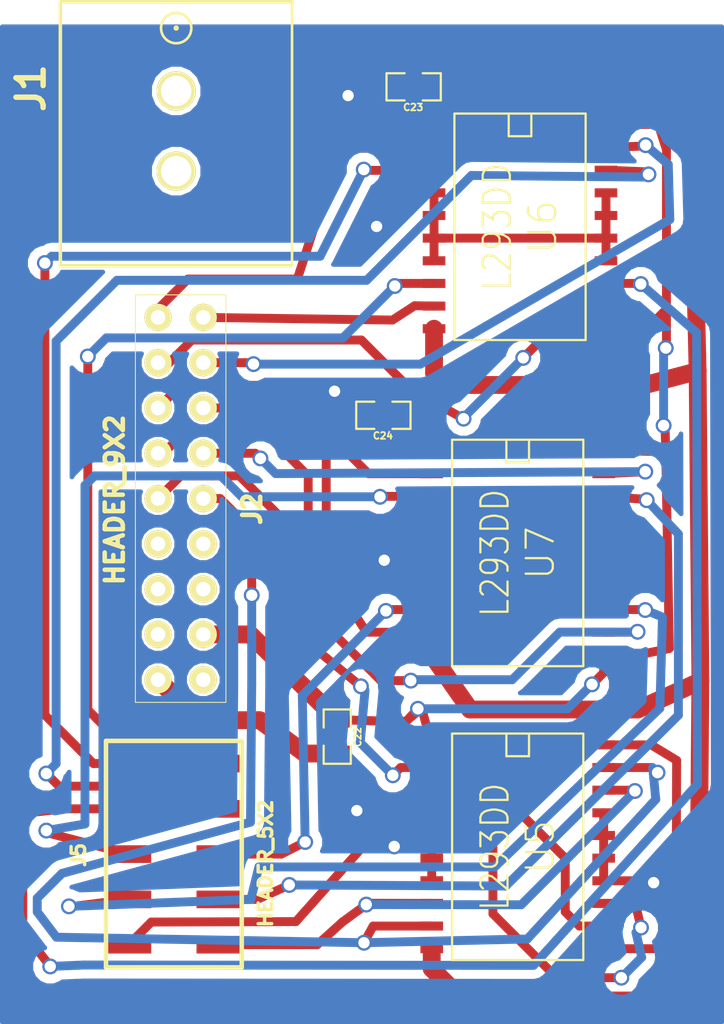
<source format=kicad_pcb>
(kicad_pcb (version 3) (host pcbnew "(2013-08-24 BZR 4298)-stable")

  (general
    (links 67)
    (no_connects 0)
    (area 0 0 0 0)
    (thickness 1.6)
    (drawings 0)
    (tracks 352)
    (zones 0)
    (modules 9)
    (nets 24)
  )

  (page A4)
  (layers
    (15 F.Cu signal)
    (0 B.Cu signal)
    (16 B.Adhes user)
    (17 F.Adhes user)
    (18 B.Paste user)
    (19 F.Paste user)
    (20 B.SilkS user)
    (21 F.SilkS user)
    (22 B.Mask user)
    (23 F.Mask user)
    (24 Dwgs.User user)
    (25 Cmts.User user)
    (26 Eco1.User user)
    (27 Eco2.User user)
    (28 Edge.Cuts user)
  )

  (setup
    (last_trace_width 0.5)
    (user_trace_width 0.25)
    (user_trace_width 0.25)
    (user_trace_width 0.3)
    (user_trace_width 0.4)
    (user_trace_width 0.5)
    (user_trace_width 0.6)
    (user_trace_width 0.7)
    (user_trace_width 0.8)
    (user_trace_width 0.9)
    (user_trace_width 1)
    (user_trace_width 1.1)
    (user_trace_width 1.2)
    (trace_clearance 0.25)
    (zone_clearance 0.508)
    (zone_45_only no)
    (trace_min 0.25)
    (segment_width 0.2)
    (edge_width 0.1)
    (via_size 0.889)
    (via_drill 0.635)
    (via_min_size 0.889)
    (via_min_drill 0.508)
    (uvia_size 0.508)
    (uvia_drill 0.127)
    (uvias_allowed no)
    (uvia_min_size 0.508)
    (uvia_min_drill 0.127)
    (pcb_text_width 0.3)
    (pcb_text_size 1.5 1.5)
    (mod_edge_width 0.15)
    (mod_text_size 1 1)
    (mod_text_width 0.15)
    (pad_size 1.524 1.524)
    (pad_drill 0.8128)
    (pad_to_mask_clearance 0)
    (aux_axis_origin 0 0)
    (visible_elements 7FFFFFFF)
    (pcbplotparams
      (layerselection 3178497)
      (usegerberextensions true)
      (excludeedgelayer true)
      (linewidth 0.150000)
      (plotframeref false)
      (viasonmask false)
      (mode 1)
      (useauxorigin false)
      (hpglpennumber 1)
      (hpglpenspeed 20)
      (hpglpendiameter 15)
      (hpglpenoverlay 2)
      (psnegative false)
      (psa4output false)
      (plotreference true)
      (plotvalue true)
      (plotothertext true)
      (plotinvisibletext false)
      (padsonsilk false)
      (subtractmaskfromsilk false)
      (outputformat 1)
      (mirror false)
      (drillshape 0)
      (scaleselection 1)
      (outputdirectory ""))
  )

  (net 0 "")
  (net 1 +5v_Vbus)
  (net 2 GND)
  (net 3 ICSPCLK_M1-)
  (net 4 ICSPDAT_M1+)
  (net 5 M2+)
  (net 6 M2-)
  (net 7 M3+)
  (net 8 M3-)
  (net 9 M4+)
  (net 10 M4-)
  (net 11 M5+)
  (net 12 M5-)
  (net 13 Motor1+)
  (net 14 Motor1-)
  (net 15 Motor2+)
  (net 16 Motor2-)
  (net 17 Motor3+)
  (net 18 Motor3-)
  (net 19 Motor4+)
  (net 20 Motor4-)
  (net 21 Motor5+)
  (net 22 Motor5-)
  (net 23 Vin)

  (net_class Default "This is the default net class."
    (clearance 0.25)
    (trace_width 0.25)
    (via_dia 0.889)
    (via_drill 0.635)
    (uvia_dia 0.508)
    (uvia_drill 0.127)
    (add_net "")
    (add_net +5v_Vbus)
    (add_net GND)
    (add_net ICSPCLK_M1-)
    (add_net ICSPDAT_M1+)
    (add_net M2+)
    (add_net M2-)
    (add_net M3+)
    (add_net M3-)
    (add_net M4+)
    (add_net M4-)
    (add_net M5+)
    (add_net M5-)
    (add_net Motor1+)
    (add_net Motor1-)
    (add_net Motor2+)
    (add_net Motor2-)
    (add_net Motor3+)
    (add_net Motor3-)
    (add_net Motor4+)
    (add_net Motor4-)
    (add_net Motor5+)
    (add_net Motor5-)
    (add_net Vin)
  )

  (module SO20 (layer F.Cu) (tedit 5243B514) (tstamp 525049A2)
    (at 164.59 89.79 270)
    (descr "Cms SOJ 20 pins large")
    (tags "CMS SOJ")
    (path /524270C9)
    (attr smd)
    (fp_text reference U7 (at 0 -1.27 270) (layer F.SilkS)
      (effects (font (thickness 0.127)))
    )
    (fp_text value L293DD (at 0 1.27 270) (layer F.SilkS)
      (effects (font (size 1.524 1.27) (thickness 0.127)))
    )
    (fp_line (start 6.35 3.683) (end 6.35 -3.683) (layer F.SilkS) (width 0.127))
    (fp_line (start -6.35 -3.683) (end -6.35 3.683) (layer F.SilkS) (width 0.127))
    (fp_line (start 6.35 3.683) (end -6.35 3.683) (layer F.SilkS) (width 0.127))
    (fp_line (start -6.35 -3.683) (end 6.35 -3.683) (layer F.SilkS) (width 0.127))
    (fp_line (start -6.35 -0.635) (end -5.08 -0.635) (layer F.SilkS) (width 0.127))
    (fp_line (start -5.08 -0.635) (end -5.08 0.635) (layer F.SilkS) (width 0.127))
    (fp_line (start -5.08 0.635) (end -6.35 0.635) (layer F.SilkS) (width 0.127))
    (pad 11 smd rect (at 5.715 -4.826 270) (size 0.508 1.27)
      (layers F.Cu F.Paste F.Mask)
      (net 1 +5v_Vbus)
    )
    (pad 12 smd rect (at 4.445 -4.826 270) (size 0.508 1.27)
      (layers F.Cu F.Paste F.Mask)
      (net 9 M4+)
    )
    (pad 13 smd rect (at 3.175 -4.826 270) (size 0.508 1.27)
      (layers F.Cu F.Paste F.Mask)
      (net 19 Motor4+)
    )
    (pad 14 smd rect (at 1.905 -4.826 270) (size 0.508 1.27)
      (layers F.Cu F.Paste F.Mask)
      (net 2 GND)
    )
    (pad 15 smd rect (at 0.635 -4.826 270) (size 0.508 1.27)
      (layers F.Cu F.Paste F.Mask)
      (net 2 GND)
    )
    (pad 16 smd rect (at -0.635 -4.826 270) (size 0.508 1.27)
      (layers F.Cu F.Paste F.Mask)
      (net 2 GND)
    )
    (pad 17 smd rect (at -1.905 -4.826 270) (size 0.508 1.27)
      (layers F.Cu F.Paste F.Mask)
      (net 2 GND)
    )
    (pad 18 smd rect (at -3.175 -4.826 270) (size 0.508 1.27)
      (layers F.Cu F.Paste F.Mask)
      (net 20 Motor4-)
    )
    (pad 19 smd rect (at -4.445 -4.826 270) (size 0.508 1.27)
      (layers F.Cu F.Paste F.Mask)
      (net 10 M4-)
    )
    (pad 20 smd rect (at -5.715 -4.826 270) (size 0.508 1.27)
      (layers F.Cu F.Paste F.Mask)
      (net 1 +5v_Vbus)
    )
    (pad 1 smd rect (at -5.715 4.826 270) (size 0.508 1.27)
      (layers F.Cu F.Paste F.Mask)
      (net 1 +5v_Vbus)
    )
    (pad 2 smd rect (at -4.445 4.826 270) (size 0.508 1.27)
      (layers F.Cu F.Paste F.Mask)
      (net 7 M3+)
    )
    (pad 3 smd rect (at -3.175 4.826 270) (size 0.508 1.27)
      (layers F.Cu F.Paste F.Mask)
      (net 17 Motor3+)
    )
    (pad 4 smd rect (at -1.905 4.826 270) (size 0.508 1.27)
      (layers F.Cu F.Paste F.Mask)
      (net 2 GND)
    )
    (pad 5 smd rect (at -0.635 4.826 270) (size 0.508 1.27)
      (layers F.Cu F.Paste F.Mask)
      (net 2 GND)
    )
    (pad 6 smd rect (at 0.635 4.826 270) (size 0.508 1.27)
      (layers F.Cu F.Paste F.Mask)
      (net 2 GND)
    )
    (pad 7 smd rect (at 1.905 4.826 270) (size 0.508 1.27)
      (layers F.Cu F.Paste F.Mask)
      (net 2 GND)
    )
    (pad 8 smd rect (at 3.175 4.826 270) (size 0.508 1.27)
      (layers F.Cu F.Paste F.Mask)
      (net 18 Motor3-)
    )
    (pad 9 smd rect (at 4.445 4.826 270) (size 0.508 1.27)
      (layers F.Cu F.Paste F.Mask)
      (net 8 M3-)
    )
    (pad 10 smd rect (at 5.715 4.826 270) (size 0.508 1.27)
      (layers F.Cu F.Paste F.Mask)
      (net 23 Vin)
    )
    (model smd/cms_so20.wrl
      (at (xyz 0 0 0))
      (scale (xyz 0.5 0.6 0.5))
      (rotate (xyz 0 0 0))
    )
  )

  (module SO20 (layer F.Cu) (tedit 5243B514) (tstamp 52504983)
    (at 164.72 71.5 270)
    (descr "Cms SOJ 20 pins large")
    (tags "CMS SOJ")
    (path /524270B5)
    (attr smd)
    (fp_text reference U6 (at 0 -1.27 270) (layer F.SilkS)
      (effects (font (thickness 0.127)))
    )
    (fp_text value L293DD (at 0 1.27 270) (layer F.SilkS)
      (effects (font (size 1.524 1.27) (thickness 0.127)))
    )
    (fp_line (start 6.35 3.683) (end 6.35 -3.683) (layer F.SilkS) (width 0.127))
    (fp_line (start -6.35 -3.683) (end -6.35 3.683) (layer F.SilkS) (width 0.127))
    (fp_line (start 6.35 3.683) (end -6.35 3.683) (layer F.SilkS) (width 0.127))
    (fp_line (start -6.35 -3.683) (end 6.35 -3.683) (layer F.SilkS) (width 0.127))
    (fp_line (start -6.35 -0.635) (end -5.08 -0.635) (layer F.SilkS) (width 0.127))
    (fp_line (start -5.08 -0.635) (end -5.08 0.635) (layer F.SilkS) (width 0.127))
    (fp_line (start -5.08 0.635) (end -6.35 0.635) (layer F.SilkS) (width 0.127))
    (pad 11 smd rect (at 5.715 -4.826 270) (size 0.508 1.27)
      (layers F.Cu F.Paste F.Mask)
      (net 1 +5v_Vbus)
    )
    (pad 12 smd rect (at 4.445 -4.826 270) (size 0.508 1.27)
      (layers F.Cu F.Paste F.Mask)
      (net 5 M2+)
    )
    (pad 13 smd rect (at 3.175 -4.826 270) (size 0.508 1.27)
      (layers F.Cu F.Paste F.Mask)
      (net 15 Motor2+)
    )
    (pad 14 smd rect (at 1.905 -4.826 270) (size 0.508 1.27)
      (layers F.Cu F.Paste F.Mask)
      (net 2 GND)
    )
    (pad 15 smd rect (at 0.635 -4.826 270) (size 0.508 1.27)
      (layers F.Cu F.Paste F.Mask)
      (net 2 GND)
    )
    (pad 16 smd rect (at -0.635 -4.826 270) (size 0.508 1.27)
      (layers F.Cu F.Paste F.Mask)
      (net 2 GND)
    )
    (pad 17 smd rect (at -1.905 -4.826 270) (size 0.508 1.27)
      (layers F.Cu F.Paste F.Mask)
      (net 2 GND)
    )
    (pad 18 smd rect (at -3.175 -4.826 270) (size 0.508 1.27)
      (layers F.Cu F.Paste F.Mask)
      (net 16 Motor2-)
    )
    (pad 19 smd rect (at -4.445 -4.826 270) (size 0.508 1.27)
      (layers F.Cu F.Paste F.Mask)
      (net 6 M2-)
    )
    (pad 20 smd rect (at -5.715 -4.826 270) (size 0.508 1.27)
      (layers F.Cu F.Paste F.Mask)
      (net 1 +5v_Vbus)
    )
    (pad 1 smd rect (at -5.715 4.826 270) (size 0.508 1.27)
      (layers F.Cu F.Paste F.Mask)
      (net 1 +5v_Vbus)
    )
    (pad 2 smd rect (at -4.445 4.826 270) (size 0.508 1.27)
      (layers F.Cu F.Paste F.Mask)
      (net 4 ICSPDAT_M1+)
    )
    (pad 3 smd rect (at -3.175 4.826 270) (size 0.508 1.27)
      (layers F.Cu F.Paste F.Mask)
      (net 13 Motor1+)
    )
    (pad 4 smd rect (at -1.905 4.826 270) (size 0.508 1.27)
      (layers F.Cu F.Paste F.Mask)
      (net 2 GND)
    )
    (pad 5 smd rect (at -0.635 4.826 270) (size 0.508 1.27)
      (layers F.Cu F.Paste F.Mask)
      (net 2 GND)
    )
    (pad 6 smd rect (at 0.635 4.826 270) (size 0.508 1.27)
      (layers F.Cu F.Paste F.Mask)
      (net 2 GND)
    )
    (pad 7 smd rect (at 1.905 4.826 270) (size 0.508 1.27)
      (layers F.Cu F.Paste F.Mask)
      (net 2 GND)
    )
    (pad 8 smd rect (at 3.175 4.826 270) (size 0.508 1.27)
      (layers F.Cu F.Paste F.Mask)
      (net 14 Motor1-)
    )
    (pad 9 smd rect (at 4.445 4.826 270) (size 0.508 1.27)
      (layers F.Cu F.Paste F.Mask)
      (net 3 ICSPCLK_M1-)
    )
    (pad 10 smd rect (at 5.715 4.826 270) (size 0.508 1.27)
      (layers F.Cu F.Paste F.Mask)
      (net 23 Vin)
    )
    (model smd/cms_so20.wrl
      (at (xyz 0 0 0))
      (scale (xyz 0.5 0.6 0.5))
      (rotate (xyz 0 0 0))
    )
  )

  (module SO20 (layer F.Cu) (tedit 5243B514) (tstamp 52504964)
    (at 164.59 106.27 270)
    (descr "Cms SOJ 20 pins large")
    (tags "CMS SOJ")
    (path /524270E7)
    (attr smd)
    (fp_text reference U5 (at 0 -1.27 270) (layer F.SilkS)
      (effects (font (thickness 0.127)))
    )
    (fp_text value L293DD (at 0 1.27 270) (layer F.SilkS)
      (effects (font (size 1.524 1.27) (thickness 0.127)))
    )
    (fp_line (start 6.35 3.683) (end 6.35 -3.683) (layer F.SilkS) (width 0.127))
    (fp_line (start -6.35 -3.683) (end -6.35 3.683) (layer F.SilkS) (width 0.127))
    (fp_line (start 6.35 3.683) (end -6.35 3.683) (layer F.SilkS) (width 0.127))
    (fp_line (start -6.35 -3.683) (end 6.35 -3.683) (layer F.SilkS) (width 0.127))
    (fp_line (start -6.35 -0.635) (end -5.08 -0.635) (layer F.SilkS) (width 0.127))
    (fp_line (start -5.08 -0.635) (end -5.08 0.635) (layer F.SilkS) (width 0.127))
    (fp_line (start -5.08 0.635) (end -6.35 0.635) (layer F.SilkS) (width 0.127))
    (pad 11 smd rect (at 5.715 -4.826 270) (size 0.508 1.27)
      (layers F.Cu F.Paste F.Mask)
      (net 1 +5v_Vbus)
    )
    (pad 12 smd rect (at 4.445 -4.826 270) (size 0.508 1.27)
      (layers F.Cu F.Paste F.Mask)
      (net 11 M5+)
    )
    (pad 13 smd rect (at 3.175 -4.826 270) (size 0.508 1.27)
      (layers F.Cu F.Paste F.Mask)
      (net 21 Motor5+)
    )
    (pad 14 smd rect (at 1.905 -4.826 270) (size 0.508 1.27)
      (layers F.Cu F.Paste F.Mask)
      (net 2 GND)
    )
    (pad 15 smd rect (at 0.635 -4.826 270) (size 0.508 1.27)
      (layers F.Cu F.Paste F.Mask)
      (net 2 GND)
    )
    (pad 16 smd rect (at -0.635 -4.826 270) (size 0.508 1.27)
      (layers F.Cu F.Paste F.Mask)
      (net 2 GND)
    )
    (pad 17 smd rect (at -1.905 -4.826 270) (size 0.508 1.27)
      (layers F.Cu F.Paste F.Mask)
      (net 2 GND)
    )
    (pad 18 smd rect (at -3.175 -4.826 270) (size 0.508 1.27)
      (layers F.Cu F.Paste F.Mask)
      (net 22 Motor5-)
    )
    (pad 19 smd rect (at -4.445 -4.826 270) (size 0.508 1.27)
      (layers F.Cu F.Paste F.Mask)
      (net 12 M5-)
    )
    (pad 20 smd rect (at -5.715 -4.826 270) (size 0.508 1.27)
      (layers F.Cu F.Paste F.Mask)
      (net 1 +5v_Vbus)
    )
    (pad 1 smd rect (at -5.715 4.826 270) (size 0.508 1.27)
      (layers F.Cu F.Paste F.Mask)
      (net 1 +5v_Vbus)
    )
    (pad 2 smd rect (at -4.445 4.826 270) (size 0.508 1.27)
      (layers F.Cu F.Paste F.Mask)
      (net 11 M5+)
    )
    (pad 3 smd rect (at -3.175 4.826 270) (size 0.508 1.27)
      (layers F.Cu F.Paste F.Mask)
      (net 21 Motor5+)
    )
    (pad 4 smd rect (at -1.905 4.826 270) (size 0.508 1.27)
      (layers F.Cu F.Paste F.Mask)
      (net 2 GND)
    )
    (pad 5 smd rect (at -0.635 4.826 270) (size 0.508 1.27)
      (layers F.Cu F.Paste F.Mask)
      (net 2 GND)
    )
    (pad 6 smd rect (at 0.635 4.826 270) (size 0.508 1.27)
      (layers F.Cu F.Paste F.Mask)
      (net 2 GND)
    )
    (pad 7 smd rect (at 1.905 4.826 270) (size 0.508 1.27)
      (layers F.Cu F.Paste F.Mask)
      (net 2 GND)
    )
    (pad 8 smd rect (at 3.175 4.826 270) (size 0.508 1.27)
      (layers F.Cu F.Paste F.Mask)
      (net 22 Motor5-)
    )
    (pad 9 smd rect (at 4.445 4.826 270) (size 0.508 1.27)
      (layers F.Cu F.Paste F.Mask)
      (net 12 M5-)
    )
    (pad 10 smd rect (at 5.715 4.826 270) (size 0.508 1.27)
      (layers F.Cu F.Paste F.Mask)
      (net 23 Vin)
    )
    (model smd/cms_so20.wrl
      (at (xyz 0 0 0))
      (scale (xyz 0.5 0.6 0.5))
      (rotate (xyz 0 0 0))
    )
  )

  (module TED_DC_2.1mm_SMT (layer F.Cu) (tedit 52450317) (tstamp 52504919)
    (at 145.42 63.88 90)
    (path /52503907)
    (fp_text reference J1 (at 0.15748 -8.15848 90) (layer F.SilkS)
      (effects (font (thickness 0.3048)))
    )
    (fp_text value "Motor DC_2.1MM" (at 0.1016 8.49884 90) (layer F.SilkS) hide
      (effects (font (thickness 0.3048)))
    )
    (fp_circle (center 3.525 0) (end 3.525 -0.075) (layer F.SilkS) (width 0.15))
    (fp_circle (center 3.525 0) (end 3.55 -0.85) (layer F.SilkS) (width 0.15))
    (fp_line (start -9.8 -6.5024) (end 5 -6.5024) (layer F.SilkS) (width 0.20066))
    (fp_line (start 5 -6.5024) (end 5 6.5024) (layer F.SilkS) (width 0.20066))
    (fp_line (start 5 6.5024) (end -9.8 6.5024) (layer F.SilkS) (width 0.15))
    (fp_line (start -9.8 6.5024) (end -9.8 -6.5024) (layer F.SilkS) (width 0.20066))
    (pad 4 thru_hole circle (at -4.5 0 90) (size 2.2 2.2) (drill 1.7)
      (layers F.Cu F.SilkS)
      (clearance 0.2)
    )
    (pad 3 smd rect (at 0 5.4 90) (size 1.99898 1.99898)
      (layers F.Cu F.Paste F.Mask)
      (clearance 0.2)
    )
    (pad 3 smd rect (at -6.1 5.4 90) (size 1.99898 1.99898)
      (layers F.Cu F.Paste F.Mask)
    )
    (pad 2 smd rect (at 0 -5.41528 90) (size 1.99898 1.99898)
      (layers F.Cu F.Paste F.Mask)
      (net 2 GND)
      (clearance 0.2)
    )
    (pad 1 smd rect (at -6.1 -5.4 90) (size 1.99898 1.99898)
      (layers F.Cu F.Paste F.Mask)
      (net 23 Vin)
      (clearance 0.2)
    )
    (pad 4 thru_hole circle (at 0 0 90) (size 2.2 2.2) (drill 1.7)
      (layers *.Mask F.Cu F.SilkS)
      (clearance 0.2)
    )
  )

  (module TED_SM0805 (layer F.Cu) (tedit 522E5F71) (tstamp 52504909)
    (at 157.05 82.07 180)
    (path /524CF97B)
    (attr smd)
    (fp_text reference C24 (at 0.0254 -1.14808 180) (layer F.SilkS)
      (effects (font (size 0.381 0.381) (thickness 0.09398)))
    )
    (fp_text value .1uF (at 0.10668 1.19888 180) (layer F.SilkS) hide
      (effects (font (size 0.381 0.381) (thickness 0.09398)))
    )
    (fp_line (start -0.508 0.762) (end -1.524 0.762) (layer F.SilkS) (width 0.127))
    (fp_line (start -1.524 0.762) (end -1.524 -0.762) (layer F.SilkS) (width 0.127))
    (fp_line (start -1.524 -0.762) (end -0.508 -0.762) (layer F.SilkS) (width 0.127))
    (fp_line (start 0.508 -0.762) (end 1.524 -0.762) (layer F.SilkS) (width 0.127))
    (fp_line (start 1.524 -0.762) (end 1.524 0.762) (layer F.SilkS) (width 0.127))
    (fp_line (start 1.524 0.762) (end 0.508 0.762) (layer F.SilkS) (width 0.127))
    (pad 1 smd rect (at -0.9525 0 180) (size 0.889 1.397)
      (layers F.Cu F.Paste F.Mask)
      (net 1 +5v_Vbus)
    )
    (pad 2 smd rect (at 0.9525 0 180) (size 0.889 1.397)
      (layers F.Cu F.Paste F.Mask)
      (net 2 GND)
    )
    (model smd/chip_cms.wrl
      (at (xyz 0 0 0))
      (scale (xyz 0.1 0.1 0.1))
      (rotate (xyz 0 0 0))
    )
  )

  (module TED_SM0805 (layer F.Cu) (tedit 522E5F71) (tstamp 525048FD)
    (at 158.75 63.65 180)
    (path /524CF7DE)
    (attr smd)
    (fp_text reference C23 (at 0.0254 -1.14808 180) (layer F.SilkS)
      (effects (font (size 0.381 0.381) (thickness 0.09398)))
    )
    (fp_text value .1uF (at 0.10668 1.19888 180) (layer F.SilkS) hide
      (effects (font (size 0.381 0.381) (thickness 0.09398)))
    )
    (fp_line (start -0.508 0.762) (end -1.524 0.762) (layer F.SilkS) (width 0.127))
    (fp_line (start -1.524 0.762) (end -1.524 -0.762) (layer F.SilkS) (width 0.127))
    (fp_line (start -1.524 -0.762) (end -0.508 -0.762) (layer F.SilkS) (width 0.127))
    (fp_line (start 0.508 -0.762) (end 1.524 -0.762) (layer F.SilkS) (width 0.127))
    (fp_line (start 1.524 -0.762) (end 1.524 0.762) (layer F.SilkS) (width 0.127))
    (fp_line (start 1.524 0.762) (end 0.508 0.762) (layer F.SilkS) (width 0.127))
    (pad 1 smd rect (at -0.9525 0 180) (size 0.889 1.397)
      (layers F.Cu F.Paste F.Mask)
      (net 1 +5v_Vbus)
    )
    (pad 2 smd rect (at 0.9525 0 180) (size 0.889 1.397)
      (layers F.Cu F.Paste F.Mask)
      (net 2 GND)
    )
    (model smd/chip_cms.wrl
      (at (xyz 0 0 0))
      (scale (xyz 0.1 0.1 0.1))
      (rotate (xyz 0 0 0))
    )
  )

  (module TED_SM0805 (layer F.Cu) (tedit 522E5F71) (tstamp 525048F1)
    (at 154.46 100.09 270)
    (path /524CF96D)
    (attr smd)
    (fp_text reference C22 (at 0.0254 -1.14808 270) (layer F.SilkS)
      (effects (font (size 0.381 0.381) (thickness 0.09398)))
    )
    (fp_text value .1uF (at 0.10668 1.19888 270) (layer F.SilkS) hide
      (effects (font (size 0.381 0.381) (thickness 0.09398)))
    )
    (fp_line (start -0.508 0.762) (end -1.524 0.762) (layer F.SilkS) (width 0.127))
    (fp_line (start -1.524 0.762) (end -1.524 -0.762) (layer F.SilkS) (width 0.127))
    (fp_line (start -1.524 -0.762) (end -0.508 -0.762) (layer F.SilkS) (width 0.127))
    (fp_line (start 0.508 -0.762) (end 1.524 -0.762) (layer F.SilkS) (width 0.127))
    (fp_line (start 1.524 -0.762) (end 1.524 0.762) (layer F.SilkS) (width 0.127))
    (fp_line (start 1.524 0.762) (end 0.508 0.762) (layer F.SilkS) (width 0.127))
    (pad 1 smd rect (at -0.9525 0 270) (size 0.889 1.397)
      (layers F.Cu F.Paste F.Mask)
      (net 1 +5v_Vbus)
    )
    (pad 2 smd rect (at 0.9525 0 270) (size 0.889 1.397)
      (layers F.Cu F.Paste F.Mask)
      (net 2 GND)
    )
    (model smd/chip_cms.wrl
      (at (xyz 0 0 0))
      (scale (xyz 0.1 0.1 0.1))
      (rotate (xyz 0 0 0))
    )
  )

  (module TED_HEADER_5x2_SMT (layer F.Cu) (tedit 52503FCC) (tstamp 52504945)
    (at 145.29 106.68 270)
    (path /52427105)
    (fp_text reference J5 (at 0.05 5.35 270) (layer F.SilkS)
      (effects (font (size 0.762 0.762) (thickness 0.1905)))
    )
    (fp_text value HEADER_5X2 (at 0.525 -5.15 270) (layer F.SilkS)
      (effects (font (size 0.762 0.762) (thickness 0.1905)))
    )
    (fp_line (start 6.35 -3.81) (end -6.35 -3.81) (layer F.SilkS) (width 0.254))
    (fp_line (start 6.35 -3.81) (end 6.35 3.81) (layer F.SilkS) (width 0.254))
    (fp_line (start 6.35 3.81) (end -6.35 3.81) (layer F.SilkS) (width 0.254))
    (fp_line (start -6.35 3.81) (end -6.35 -3.81) (layer F.SilkS) (width 0.254))
    (pad 1 smd rect (at -5.08 2.54 270) (size 0.9906 2.54)
      (layers F.Cu F.Paste F.Mask)
      (net 13 Motor1+)
      (clearance 0.508)
    )
    (pad 2 smd rect (at -2.54 2.54 270) (size 0.9906 2.54)
      (layers F.Cu F.Paste F.Mask)
      (net 15 Motor2+)
      (clearance 0.508)
    )
    (pad 3 smd rect (at 0 2.54 270) (size 0.9906 2.54)
      (layers F.Cu F.Paste F.Mask)
      (net 17 Motor3+)
      (clearance 0.508)
    )
    (pad 4 smd rect (at 2.54 2.54 270) (size 0.9906 2.54)
      (layers F.Cu F.Paste F.Mask)
      (net 19 Motor4+)
      (clearance 0.508)
    )
    (pad 5 smd rect (at 5.08 2.54 270) (size 0.9906 2.54)
      (layers F.Cu F.Paste F.Mask)
      (net 21 Motor5+)
      (clearance 0.508)
    )
    (pad 6 smd rect (at 5.08 -2.54 270) (size 0.9906 2.54)
      (layers F.Cu F.Paste F.Mask)
      (net 22 Motor5-)
      (clearance 0.508)
    )
    (pad 7 smd rect (at 2.54 -2.54 270) (size 0.9906 2.54)
      (layers F.Cu F.Paste F.Mask)
      (net 20 Motor4-)
      (clearance 0.508)
    )
    (pad 8 smd rect (at 0 -2.54 270) (size 0.9906 2.54)
      (layers F.Cu F.Paste F.Mask)
      (net 18 Motor3-)
      (clearance 0.508)
    )
    (pad 9 smd rect (at -2.54 -2.54 270) (size 0.9906 2.54)
      (layers F.Cu F.Paste F.Mask)
      (net 16 Motor2-)
      (clearance 0.508)
    )
    (pad 10 smd rect (at -5.08 -2.54 270) (size 0.9906 2.54)
      (layers F.Cu F.Paste F.Mask)
      (net 14 Motor1-)
      (clearance 0.508)
    )
  )

  (module TED_HEADER_9x2_TOP (layer F.Cu) (tedit 52504B25) (tstamp 52504933)
    (at 145.67 86.74 270)
    (path /5250399A)
    (fp_text reference J2 (at 0.57658 -4.00812 270) (layer F.SilkS)
      (effects (font (size 1.016 1.016) (thickness 0.254)))
    )
    (fp_text value HEADER_9X2 (at 0.07366 3.70332 270) (layer F.SilkS)
      (effects (font (size 1.016 1.016) (thickness 0.254)))
    )
    (fp_line (start -11.43 -2.54) (end 11.43 -2.54) (layer F.SilkS) (width 0.0508))
    (fp_line (start 11.43 2.54) (end -11.43 2.54) (layer F.SilkS) (width 0.0508))
    (fp_line (start -11.425 2.54) (end -11.425 -2.54) (layer F.SilkS) (width 0.0508))
    (fp_line (start 11.43 -2.54) (end 11.43 2.54) (layer F.SilkS) (width 0.0508))
    (pad 13 thru_hole circle (at 2.54 -1.27 270) (size 1.524 1.524) (drill 0.8128)
      (layers F.Cu F.SilkS F.Mask)
      (clearance 0.25)
    )
    (pad 12 thru_hole circle (at 5.08 -1.27 270) (size 1.524 1.524) (drill 0.8128)
      (layers F.Cu F.SilkS F.Mask)
      (clearance 0.25)
    )
    (pad 11 thru_hole circle (at 7.62 -1.27 270) (size 1.524 1.524) (drill 0.8128)
      (layers F.Cu F.SilkS F.Mask)
      (net 1 +5v_Vbus)
      (clearance 0.25)
    )
    (pad 10 thru_hole circle (at 10.16 -1.27 270) (size 1.524 1.524) (drill 0.8128)
      (layers F.Cu F.SilkS F.Mask)
      (clearance 0.25)
    )
    (pad 9 thru_hole circle (at 10.16 1.27 270) (size 1.524 1.524) (drill 0.8128)
      (layers F.Cu F.SilkS F.Mask)
      (net 2 GND)
      (clearance 0.25)
    )
    (pad 8 thru_hole circle (at 7.62 1.27 270) (size 1.524 1.524) (drill 0.8128)
      (layers F.Cu F.SilkS F.Mask)
      (clearance 0.25)
    )
    (pad 7 thru_hole circle (at 5.08 1.27 270) (size 1.524 1.524) (drill 0.8128)
      (layers F.Cu F.SilkS F.Mask)
      (clearance 0.25)
    )
    (pad 6 thru_hole circle (at 2.54 1.27 270) (size 1.524 1.524) (drill 0.8128)
      (layers F.Cu F.SilkS F.Mask)
      (clearance 0.25)
    )
    (pad 1 thru_hole circle (at -10.16 1.27 270) (size 1.524 1.524) (drill 0.8128)
      (layers F.Cu F.SilkS F.Mask)
      (net 4 ICSPDAT_M1+)
      (clearance 0.25)
    )
    (pad 2 thru_hole circle (at -7.62 1.27 270) (size 1.524 1.524) (drill 0.8128)
      (layers F.Cu F.SilkS F.Mask)
      (net 5 M2+)
      (clearance 0.25)
    )
    (pad 3 thru_hole circle (at -5.08 1.27 270) (size 1.524 1.524) (drill 0.8128)
      (layers F.Cu F.SilkS F.Mask)
      (net 7 M3+)
      (clearance 0.25)
    )
    (pad 4 thru_hole circle (at -2.54 1.27 270) (size 1.524 1.524) (drill 0.8128)
      (layers F.Cu F.SilkS F.Mask)
      (net 9 M4+)
      (clearance 0.25)
    )
    (pad 5 thru_hole circle (at 0 1.27 270) (size 1.524 1.524) (drill 0.8128)
      (layers F.Cu F.SilkS F.Mask)
      (net 11 M5+)
      (clearance 0.25)
    )
    (pad 14 thru_hole circle (at 0 -1.27 270) (size 1.524 1.524) (drill 0.8128)
      (layers F.Cu F.SilkS F.Mask)
      (net 12 M5-)
      (clearance 0.25)
    )
    (pad 15 thru_hole circle (at -2.54 -1.27 270) (size 1.524 1.524) (drill 0.8128)
      (layers F.Cu F.SilkS F.Mask)
      (net 10 M4-)
      (clearance 0.25)
    )
    (pad 16 thru_hole circle (at -5.08 -1.27 270) (size 1.524 1.524) (drill 0.8128)
      (layers F.Cu F.SilkS F.Mask)
      (net 8 M3-)
      (clearance 0.25)
    )
    (pad 17 thru_hole circle (at -7.62 -1.27 270) (size 1.524 1.524) (drill 0.8128)
      (layers F.Cu F.SilkS F.Mask)
      (net 6 M2-)
      (clearance 0.25)
    )
    (pad 18 thru_hole circle (at -10.16 -1.27 270) (size 1.524 1.524) (drill 0.8128)
      (layers F.Cu F.SilkS F.Mask)
      (net 3 ICSPCLK_M1-)
      (clearance 0.25)
    )
  )

  (segment (start 168.5 99.8) (end 160.98 99.8) (width 0.5) (layer F.Cu) (net 1) (tstamp 52505BC6))
  (segment (start 160.98 99.8) (end 159.764 100.555) (width 0.5) (layer F.Cu) (net 1) (tstamp 52505BC3))
  (segment (start 169.416 95.505) (end 169.416 96.504) (width 0.5) (layer F.Cu) (net 1))
  (segment (start 158.33 99.23) (end 157.35 99.23) (width 0.5) (layer F.Cu) (net 1) (tstamp 525059C6) (status 20))
  (segment (start 157.35 99.23) (end 154.46 99.1375) (width 0.5) (layer F.Cu) (net 1) (tstamp 52505BEE) (status 20))
  (segment (start 158.99 98.53) (end 158.33 99.23) (width 0.5) (layer F.Cu) (net 1) (tstamp 525059C5))
  (via (at 158.99 98.53) (size 0.889) (layers F.Cu B.Cu) (net 1))
  (segment (start 167.39 98.53) (end 158.99 98.53) (width 0.5) (layer B.Cu) (net 1) (tstamp 525059C3))
  (segment (start 168.76 97.16) (end 167.39 98.53) (width 0.5) (layer B.Cu) (net 1) (tstamp 525059C2))
  (via (at 168.76 97.16) (size 0.889) (layers F.Cu B.Cu) (net 1))
  (segment (start 169.416 96.504) (end 168.76 97.16) (width 0.5) (layer F.Cu) (net 1) (tstamp 525059C0))
  (segment (start 172.94 76.12) (end 172.94 78.26) (width 0.5) (layer F.Cu) (net 1))
  (segment (start 172.86 82.72) (end 172.901132 84.114137) (width 0.5) (layer F.Cu) (net 1) (tstamp 525059B0))
  (segment (start 172.78 82.64) (end 172.86 82.72) (width 0.5) (layer F.Cu) (net 1) (tstamp 525059AF))
  (via (at 172.78 82.64) (size 0.889) (layers F.Cu B.Cu) (net 1))
  (segment (start 172.78 78.42) (end 172.78 82.64) (width 0.5) (layer B.Cu) (net 1) (tstamp 525059AD))
  (segment (start 172.9 78.3) (end 172.78 78.42) (width 0.5) (layer B.Cu) (net 1) (tstamp 525059AC))
  (via (at 172.9 78.3) (size 0.889) (layers F.Cu B.Cu) (net 1))
  (segment (start 172.94 78.26) (end 172.9 78.3) (width 0.5) (layer F.Cu) (net 1) (tstamp 525059AA))
  (segment (start 159.894 65.785) (end 169.546 65.785) (width 0.5) (layer F.Cu) (net 1))
  (segment (start 159.7025 63.65) (end 159.74 63.73) (width 0.5) (layer F.Cu) (net 1) (status 10))
  (segment (start 159.74 63.73) (end 159.8665 65.7575) (width 0.5) (layer F.Cu) (net 1) (tstamp 52505352) (status 10))
  (segment (start 159.8665 65.7575) (end 159.894 65.785) (width 0.5) (layer F.Cu) (net 1) (tstamp 525052B9))
  (segment (start 169.546 65.785) (end 172.48 65.75) (width 0.5) (layer F.Cu) (net 1))
  (segment (start 172.48 65.75) (end 172.94 67.17) (width 0.5) (layer F.Cu) (net 1) (tstamp 525052A2))
  (segment (start 172.94 67.17) (end 172.94 76.12) (width 0.5) (layer F.Cu) (net 1) (tstamp 525052A3))
  (segment (start 172.94 76.12) (end 171.845 77.215) (width 0.5) (layer F.Cu) (net 1) (tstamp 525052A4))
  (segment (start 171.845 77.215) (end 169.546 77.215) (width 0.5) (layer F.Cu) (net 1) (tstamp 525052A5))
  (segment (start 169.416 84.075) (end 171.315 84.075) (width 0.5) (layer F.Cu) (net 1))
  (segment (start 171.315 84.075) (end 172.901132 84.114137) (width 0.5) (layer F.Cu) (net 1) (tstamp 5250529D))
  (segment (start 171.385 95.505) (end 169.416 95.505) (width 0.5) (layer F.Cu) (net 1) (tstamp 525052A0))
  (segment (start 172.901132 84.114137) (end 173.1 95.15) (width 0.5) (layer F.Cu) (net 1) (tstamp 5250529E))
  (segment (start 173.1 95.15) (end 171.385 95.505) (width 0.5) (layer F.Cu) (net 1) (tstamp 5250529F))
  (segment (start 159.764 84.075) (end 158.32 82.45) (width 0.5) (layer F.Cu) (net 1) (status 20))
  (segment (start 158.32 82.45) (end 157.97 82.05) (width 0.5) (layer F.Cu) (net 1) (tstamp 525052E2) (status 20))
  (segment (start 157.97 82.05) (end 158.0575 81.9625) (width 0.5) (layer F.Cu) (net 1) (tstamp 52505282) (status 30))
  (segment (start 159.764 84.075) (end 169.416 84.075) (width 0.5) (layer F.Cu) (net 1))
  (segment (start 169.416 100.555) (end 172.085 100.555) (width 0.5) (layer F.Cu) (net 1))
  (segment (start 172.495 111.985) (end 169.416 111.985) (width 0.5) (layer F.Cu) (net 1) (tstamp 52505193))
  (segment (start 173.48 111.61) (end 172.495 111.985) (width 0.5) (layer F.Cu) (net 1) (tstamp 52505192))
  (segment (start 173.51 101.42) (end 173.48 111.61) (width 0.5) (layer F.Cu) (net 1) (tstamp 52505191))
  (segment (start 172.085 100.555) (end 173.51 101.42) (width 0.5) (layer F.Cu) (net 1) (tstamp 52505190))
  (segment (start 169.416 100.555) (end 168.5 99.8) (width 0.5) (layer F.Cu) (net 1))
  (segment (start 159.764 100.555) (end 159.2 98.5) (width 0.5) (layer F.Cu) (net 1))
  (segment (start 159.2 98.5) (end 158.27 99.27) (width 0.5) (layer F.Cu) (net 1) (tstamp 52505127) (status 20))
  (segment (start 158.27 99.27) (end 154.46 99.1375) (width 0.5) (layer F.Cu) (net 1) (tstamp 52505C01) (status 20))
  (segment (start 146.94 94.36) (end 149.5725 94.36) (width 1) (layer F.Cu) (net 1))
  (segment (start 149.5725 94.36) (end 154.46 99.1375) (width 1) (layer F.Cu) (net 1) (tstamp 52505125) (status 20))
  (segment (start 169.416 108.175) (end 172.115 108.175) (width 0.5) (layer F.Cu) (net 2))
  (via (at 172.22 108.28) (size 0.889) (layers F.Cu B.Cu) (net 2))
  (segment (start 172.115 108.175) (end 172.22 108.28) (width 0.5) (layer F.Cu) (net 2) (tstamp 52505C27))
  (segment (start 159.764 105.635) (end 158.275 105.635) (width 0.5) (layer F.Cu) (net 2))
  (segment (start 155.65 104.24) (end 155.56 104.24) (width 0.5) (layer B.Cu) (net 2) (tstamp 52505AB7))
  (segment (start 157.66 106.25) (end 155.65 104.24) (width 0.5) (layer B.Cu) (net 2) (tstamp 52505AB6))
  (via (at 157.66 106.25) (size 0.889) (layers F.Cu B.Cu) (net 2))
  (segment (start 158.275 105.635) (end 157.66 106.25) (width 0.5) (layer F.Cu) (net 2) (tstamp 52505AB4))
  (segment (start 154.46 101.0425) (end 155.8 104) (width 1) (layer F.Cu) (net 2) (status 10))
  (segment (start 155.8 104) (end 155.56 104.24) (width 1) (layer F.Cu) (net 2) (tstamp 52505AAE))
  (via (at 155.56 104.24) (size 0.889) (layers F.Cu B.Cu) (net 2))
  (segment (start 155.56 104.24) (end 155.52 104.2) (width 1) (layer B.Cu) (net 2) (tstamp 52505AB0))
  (segment (start 144.4 96.9) (end 144.41 96.9) (width 1) (layer F.Cu) (net 2))
  (segment (start 144.41 96.9) (end 146.68 99.17) (width 1) (layer F.Cu) (net 2) (tstamp 52505AA0))
  (segment (start 146.68 99.17) (end 150.11 99.17) (width 1) (layer F.Cu) (net 2) (tstamp 52505AA1))
  (segment (start 150.11 99.17) (end 152.65 101.04) (width 1) (layer F.Cu) (net 2) (tstamp 52505AA3))
  (segment (start 152.65 101.04) (end 154.46 101.0425) (width 1) (layer F.Cu) (net 2) (tstamp 52505AA5) (status 20))
  (segment (start 159.764 89.155) (end 158.145 89.155) (width 0.5) (layer F.Cu) (net 2))
  (segment (start 157.1 90.2) (end 157.05 90.2) (width 0.5) (layer B.Cu) (net 2) (tstamp 52505A93))
  (via (at 157.1 90.2) (size 0.889) (layers F.Cu B.Cu) (net 2))
  (segment (start 158.145 89.155) (end 157.1 90.2) (width 0.5) (layer F.Cu) (net 2) (tstamp 52505A91))
  (segment (start 156.0975 82.07) (end 155.66 82.07) (width 0.5) (layer F.Cu) (net 2))
  (via (at 154.31 80.72) (size 0.889) (layers F.Cu B.Cu) (net 2))
  (segment (start 155.66 82.07) (end 154.31 80.72) (width 0.5) (layer F.Cu) (net 2) (tstamp 52505A8D))
  (segment (start 159.894 69.595) (end 158.555 69.595) (width 0.5) (layer F.Cu) (net 2))
  (via (at 156.67 71.48) (size 0.889) (layers F.Cu B.Cu) (net 2))
  (segment (start 158.555 69.595) (end 156.67 71.48) (width 0.5) (layer F.Cu) (net 2) (tstamp 52505A88))
  (segment (start 157.7975 63.65) (end 155.85 63.65) (width 1) (layer F.Cu) (net 2))
  (segment (start 155.153583 64.056417) (end 155.153583 64.036417) (width 1) (layer B.Cu) (net 2) (tstamp 52505A63))
  (segment (start 155.07 64.14) (end 155.153583 64.056417) (width 1) (layer B.Cu) (net 2) (tstamp 52505A62))
  (via (at 155.07 64.14) (size 0.889) (layers F.Cu B.Cu) (net 2))
  (segment (start 155.85 63.65) (end 155.07 64.14) (width 1) (layer F.Cu) (net 2) (tstamp 52505A60))
  (segment (start 169.416 89.155) (end 159.764 89.155) (width 0.5) (layer F.Cu) (net 2))
  (segment (start 169.546 72.135) (end 159.894 72.135) (width 0.5) (layer F.Cu) (net 2))
  (segment (start 140.00472 63.88) (end 140.76 63.88) (width 1) (layer F.Cu) (net 2))
  (segment (start 154.903583 64.216417) (end 157.7975 63.65) (width 1) (layer F.Cu) (net 2) (tstamp 52505154) (status 20))
  (segment (start 152.43 67.22) (end 154.903583 64.216417) (width 1) (layer F.Cu) (net 2) (tstamp 52505153))
  (segment (start 149.72 67.22) (end 152.43 67.22) (width 1) (layer F.Cu) (net 2) (tstamp 52505152))
  (segment (start 148.62 66.12) (end 149.72 67.22) (width 1) (layer F.Cu) (net 2) (tstamp 52505151))
  (segment (start 143 66.12) (end 148.62 66.12) (width 1) (layer F.Cu) (net 2) (tstamp 52505150))
  (segment (start 140.76 63.88) (end 143 66.12) (width 1) (layer F.Cu) (net 2) (tstamp 5250514F))
  (segment (start 169.416 105.635) (end 169.416 104.365) (width 0.5) (layer F.Cu) (net 2))
  (segment (start 169.416 106.905) (end 169.416 105.635) (width 0.5) (layer F.Cu) (net 2))
  (segment (start 169.416 108.175) (end 169.416 106.905) (width 0.5) (layer F.Cu) (net 2))
  (segment (start 159.764 106.905) (end 159.764 108.175) (width 0.5) (layer F.Cu) (net 2))
  (segment (start 159.764 105.635) (end 159.764 106.905) (width 0.5) (layer F.Cu) (net 2))
  (segment (start 159.764 104.365) (end 159.764 105.635) (width 0.5) (layer F.Cu) (net 2))
  (segment (start 169.416 90.425) (end 169.416 91.695) (width 0.5) (layer F.Cu) (net 2))
  (segment (start 169.416 89.155) (end 169.416 90.425) (width 0.5) (layer F.Cu) (net 2))
  (segment (start 169.416 87.885) (end 169.416 89.155) (width 0.5) (layer F.Cu) (net 2))
  (segment (start 159.764 90.425) (end 159.764 91.695) (width 0.5) (layer F.Cu) (net 2))
  (segment (start 159.764 89.155) (end 159.764 90.425) (width 0.5) (layer F.Cu) (net 2))
  (segment (start 159.764 87.885) (end 159.764 89.155) (width 0.5) (layer F.Cu) (net 2))
  (segment (start 169.546 72.135) (end 169.546 73.405) (width 0.5) (layer F.Cu) (net 2))
  (segment (start 169.546 70.865) (end 169.546 72.135) (width 0.5) (layer F.Cu) (net 2))
  (segment (start 169.546 69.595) (end 169.546 70.865) (width 0.5) (layer F.Cu) (net 2))
  (segment (start 159.894 72.135) (end 159.894 73.405) (width 0.5) (layer F.Cu) (net 2))
  (segment (start 159.894 70.865) (end 159.894 72.135) (width 0.5) (layer F.Cu) (net 2))
  (segment (start 159.894 69.595) (end 159.894 70.865) (width 0.5) (layer F.Cu) (net 2))
  (segment (start 146.94 76.58) (end 157.56 76.73) (width 0.5) (layer F.Cu) (net 3))
  (segment (start 158.803366 75.926072) (end 159.894 75.945) (width 0.5) (layer F.Cu) (net 3) (tstamp 52505185))
  (segment (start 157.56 76.73) (end 158.803366 75.926072) (width 0.5) (layer F.Cu) (net 3) (tstamp 52505184))
  (segment (start 144.4 76.58) (end 144.4 76.11) (width 0.5) (layer F.Cu) (net 4))
  (segment (start 155.49 67.1) (end 159.894 67.055) (width 0.5) (layer F.Cu) (net 4) (tstamp 525052C3))
  (segment (start 154.33 67.87) (end 155.49 67.1) (width 0.5) (layer F.Cu) (net 4) (tstamp 525052C2))
  (segment (start 153.96 69.09) (end 154.33 67.87) (width 0.5) (layer F.Cu) (net 4) (tstamp 525052C1))
  (segment (start 152.22 74.43) (end 153.96 69.09) (width 0.5) (layer F.Cu) (net 4) (tstamp 525052BF))
  (segment (start 146.08 74.43) (end 152.22 74.43) (width 0.5) (layer F.Cu) (net 4) (tstamp 525052BE))
  (segment (start 144.4 76.11) (end 146.08 74.43) (width 0.5) (layer F.Cu) (net 4) (tstamp 525052BD))
  (segment (start 144.4 79.12) (end 145.03 79.12) (width 0.5) (layer F.Cu) (net 5))
  (segment (start 155.816464 77.85) (end 158.582988 80.616524) (width 0.5) (layer F.Cu) (net 5) (tstamp 525059DF))
  (segment (start 146.3 77.85) (end 155.816464 77.85) (width 0.5) (layer F.Cu) (net 5) (tstamp 525059DE))
  (segment (start 145.03 79.12) (end 146.3 77.85) (width 0.5) (layer F.Cu) (net 5) (tstamp 525059DD))
  (segment (start 167.805 75.945) (end 164.9 78.85) (width 0.5) (layer F.Cu) (net 5) (tstamp 52505397))
  (segment (start 169.546 75.945) (end 167.805 75.945) (width 0.5) (layer F.Cu) (net 5))
  (segment (start 161.55 82.26) (end 158.582988 80.616524) (width 0.5) (layer F.Cu) (net 5) (tstamp 5250539C))
  (via (at 161.55 82.26) (size 0.889) (layers F.Cu B.Cu) (net 5))
  (segment (start 161.55 82.2) (end 161.55 82.26) (width 0.5) (layer B.Cu) (net 5) (tstamp 5250539A))
  (segment (start 164.9 78.85) (end 161.55 82.2) (width 0.5) (layer B.Cu) (net 5) (tstamp 52505399))
  (via (at 164.9 78.85) (size 0.889) (layers F.Cu B.Cu) (net 5))
  (segment (start 169.546 67.055) (end 171.725 66.965) (width 0.5) (layer F.Cu) (net 6))
  (segment (start 149.68 79.12) (end 146.94 79.12) (width 0.5) (layer F.Cu) (net 6) (tstamp 5250538B))
  (segment (start 149.76 79.2) (end 149.68 79.12) (width 0.5) (layer F.Cu) (net 6) (tstamp 5250538A))
  (via (at 149.76 79.2) (size 0.889) (layers F.Cu B.Cu) (net 6))
  (segment (start 159.13 79.2) (end 149.76 79.2) (width 0.5) (layer B.Cu) (net 6) (tstamp 52505387))
  (segment (start 171.77 66.92) (end 173.041084 68.001724) (width 0.5) (layer B.Cu) (net 6) (tstamp 52505386))
  (segment (start 173.041084 68.001724) (end 173.13 71.09) (width 0.5) (layer B.Cu) (net 6) (tstamp 52505A39))
  (segment (start 173.13 71.09) (end 159.13 79.2) (width 0.5) (layer B.Cu) (net 6) (tstamp 52505A2A))
  (via (at 171.77 66.92) (size 0.889) (layers F.Cu B.Cu) (net 6))
  (segment (start 171.725 66.965) (end 171.77 66.92) (width 0.5) (layer F.Cu) (net 6) (tstamp 52505384))
  (segment (start 159.764 85.345) (end 156.215 85.345) (width 0.5) (layer F.Cu) (net 7))
  (segment (start 145.67 80.39) (end 144.4 81.66) (width 0.5) (layer F.Cu) (net 7) (tstamp 525059FC))
  (segment (start 151.26 80.39) (end 145.67 80.39) (width 0.5) (layer F.Cu) (net 7) (tstamp 525059FA))
  (segment (start 156.215 85.345) (end 151.26 80.39) (width 0.5) (layer F.Cu) (net 7) (tstamp 525059F8))
  (segment (start 159.764 94.235) (end 156.095 94.235) (width 0.5) (layer F.Cu) (net 8))
  (segment (start 150.05 81.66) (end 146.94 81.66) (width 0.5) (layer F.Cu) (net 8) (tstamp 525059CE))
  (segment (start 153.84 84.21) (end 150.05 81.66) (width 0.5) (layer F.Cu) (net 8) (tstamp 525059CC))
  (segment (start 153.84 90.74) (end 153.84 84.21) (width 0.5) (layer F.Cu) (net 8) (tstamp 525059CA))
  (segment (start 156.095 94.235) (end 153.84 90.74) (width 0.5) (layer F.Cu) (net 8) (tstamp 525059C8))
  (segment (start 144.4 84.2) (end 144.7 84.2) (width 0.5) (layer F.Cu) (net 9))
  (segment (start 152.83 85.47) (end 152.83 88.68) (width 0.5) (layer F.Cu) (net 9) (tstamp 52505B16))
  (segment (start 150.29 82.93) (end 152.83 85.47) (width 0.5) (layer F.Cu) (net 9) (tstamp 52505B15))
  (segment (start 145.97 82.93) (end 150.29 82.93) (width 0.5) (layer F.Cu) (net 9) (tstamp 52505B14))
  (segment (start 144.7 84.2) (end 145.97 82.93) (width 0.5) (layer F.Cu) (net 9) (tstamp 52505B13))
  (segment (start 170.691013 94.227935) (end 171.302065 94.227935) (width 0.5) (layer B.Cu) (net 9))
  (segment (start 152.83 88.68) (end 152.83 92.88) (width 0.5) (layer F.Cu) (net 9) (tstamp 52505AD9))
  (segment (start 152.83 92.88) (end 156.9 96.95) (width 0.5) (layer F.Cu) (net 9) (tstamp 52505ADB))
  (segment (start 156.9 96.95) (end 158.59 96.95) (width 0.5) (layer F.Cu) (net 9) (tstamp 52505ADD))
  (via (at 158.59 96.95) (size 0.889) (layers F.Cu B.Cu) (net 9))
  (segment (start 158.59 96.95) (end 158.64 96.9) (width 0.5) (layer B.Cu) (net 9) (tstamp 52505ADF))
  (segment (start 158.64 96.9) (end 164.28 96.9) (width 0.5) (layer B.Cu) (net 9) (tstamp 52505AE0))
  (segment (start 164.28 96.9) (end 166.952065 94.227935) (width 0.5) (layer B.Cu) (net 9) (tstamp 52505AE1))
  (segment (start 166.952065 94.227935) (end 170.691013 94.227935) (width 0.5) (layer B.Cu) (net 9) (tstamp 52505AE3))
  (segment (start 171.295 94.235) (end 169.416 94.235) (width 0.5) (layer F.Cu) (net 9) (tstamp 52505B0D))
  (segment (start 171.32 94.21) (end 171.295 94.235) (width 0.5) (layer F.Cu) (net 9) (tstamp 52505B0C))
  (via (at 171.32 94.21) (size 0.889) (layers F.Cu B.Cu) (net 9))
  (segment (start 171.302065 94.227935) (end 171.32 94.21) (width 0.5) (layer B.Cu) (net 9) (tstamp 52505B0A))
  (segment (start 146.94 84.2) (end 149.86 84.2) (width 0.5) (layer F.Cu) (net 10))
  (segment (start 171.745 85.235) (end 169.416 85.345) (width 0.5) (layer F.Cu) (net 10) (tstamp 52505AC1))
  (segment (start 171.75 85.23) (end 171.745 85.235) (width 0.5) (layer F.Cu) (net 10) (tstamp 52505AC0))
  (via (at 171.75 85.23) (size 0.889) (layers F.Cu B.Cu) (net 10))
  (segment (start 151 85.34) (end 171.75 85.23) (width 0.5) (layer B.Cu) (net 10) (tstamp 52505ABD))
  (segment (start 150.15 84.49) (end 151 85.34) (width 0.5) (layer B.Cu) (net 10) (tstamp 52505ABC))
  (via (at 150.15 84.49) (size 0.889) (layers F.Cu B.Cu) (net 10))
  (segment (start 149.86 84.2) (end 150.15 84.49) (width 0.5) (layer F.Cu) (net 10) (tstamp 52505ABA))
  (segment (start 159.764 101.825) (end 158.015 101.825) (width 0.5) (layer F.Cu) (net 11))
  (segment (start 145.67 85.47) (end 144.4 86.74) (width 0.5) (layer F.Cu) (net 11) (tstamp 52505B43))
  (segment (start 148.97 85.47) (end 145.67 85.47) (width 0.5) (layer F.Cu) (net 11) (tstamp 52505B41))
  (segment (start 151.1 87.6) (end 148.97 85.47) (width 0.5) (layer F.Cu) (net 11) (tstamp 52505B40))
  (segment (start 151.1 93.42) (end 151.1 87.6) (width 0.5) (layer F.Cu) (net 11) (tstamp 52505B3E))
  (segment (start 155.79 97.27) (end 151.1 93.42) (width 0.5) (layer F.Cu) (net 11) (tstamp 52505B3D))
  (via (at 155.79 97.27) (size 0.889) (layers F.Cu B.Cu) (net 11))
  (segment (start 156.02 97.5) (end 155.79 97.27) (width 0.5) (layer B.Cu) (net 11) (tstamp 52505B3B))
  (segment (start 155.75 100.43) (end 156.02 97.5) (width 0.5) (layer B.Cu) (net 11) (tstamp 52505B3A))
  (segment (start 157.58 102.26) (end 155.75 100.43) (width 0.5) (layer B.Cu) (net 11) (tstamp 52505B39))
  (via (at 157.58 102.26) (size 0.889) (layers F.Cu B.Cu) (net 11))
  (segment (start 158.015 101.825) (end 157.58 102.26) (width 0.5) (layer F.Cu) (net 11) (tstamp 52505B37))
  (segment (start 159.764 101.825) (end 162.175 101.825) (width 0.5) (layer F.Cu) (net 11))
  (segment (start 168.055 110.715) (end 169.416 110.715) (width 0.5) (layer F.Cu) (net 11) (tstamp 52505199))
  (segment (start 167.26 109.92) (end 168.055 110.715) (width 0.5) (layer F.Cu) (net 11) (tstamp 52505198))
  (segment (start 167.26 106.91) (end 167.26 109.92) (width 0.5) (layer F.Cu) (net 11) (tstamp 52505196))
  (segment (start 162.175 101.825) (end 167.26 106.91) (width 0.5) (layer F.Cu) (net 11) (tstamp 52505195))
  (segment (start 155.96 111.65) (end 138.7 111.34) (width 0.5) (layer B.Cu) (net 12))
  (segment (start 147.89 86.74) (end 146.94 86.74) (width 0.5) (layer F.Cu) (net 12) (tstamp 52505B5A))
  (segment (start 149.66 88.51) (end 147.89 86.74) (width 0.5) (layer F.Cu) (net 12) (tstamp 52505B59))
  (segment (start 149.66 92.16) (end 149.66 88.51) (width 0.5) (layer F.Cu) (net 12) (tstamp 52505B58))
  (via (at 149.66 92.16) (size 0.889) (layers F.Cu B.Cu) (net 12))
  (segment (start 149.66 97.11) (end 149.66 92.16) (width 0.5) (layer B.Cu) (net 12) (tstamp 52505B55))
  (segment (start 137.62 109.15) (end 139.01 107.76) (width 0.5) (layer B.Cu) (net 12) (tstamp 52505B54))
  (segment (start 139.01 107.76) (end 149.59 104.89) (width 0.5) (layer B.Cu) (net 12) (tstamp 52505B64))
  (segment (start 149.59 104.89) (end 149.66 97.11) (width 0.5) (layer B.Cu) (net 12) (tstamp 52505B67))
  (segment (start 137.62 109.92) (end 137.62 109.15) (width 0.5) (layer B.Cu) (net 12) (tstamp 52505B53))
  (segment (start 138.7 111.34) (end 137.62 109.92) (width 0.5) (layer B.Cu) (net 12) (tstamp 52505B52))
  (segment (start 159.764 110.715) (end 156.475 110.715) (width 0.5) (layer F.Cu) (net 12))
  (segment (start 172.155 101.825) (end 172.44 102.11) (width 0.5) (layer F.Cu) (net 12) (tstamp 525051C4))
  (via (at 172.44 102.11) (size 0.889) (layers F.Cu B.Cu) (net 12))
  (segment (start 172.44 102.11) (end 172.17 101.84) (width 0.5) (layer B.Cu) (net 12) (tstamp 525051C6))
  (segment (start 172.17 101.84) (end 172.34 103.61) (width 0.5) (layer B.Cu) (net 12) (tstamp 525051C7))
  (segment (start 172.34 103.61) (end 165.13 111.44) (width 0.5) (layer B.Cu) (net 12) (tstamp 525051C8))
  (segment (start 165.13 111.44) (end 155.96 111.65) (width 0.5) (layer B.Cu) (net 12) (tstamp 525051CA))
  (via (at 155.96 111.65) (size 0.889) (layers F.Cu B.Cu) (net 12))
  (segment (start 172.155 101.825) (end 169.416 101.825) (width 0.5) (layer F.Cu) (net 12))
  (segment (start 156.475 110.715) (end 155.96 111.65) (width 0.5) (layer F.Cu) (net 12) (tstamp 52505272))
  (segment (start 142.75 101.6) (end 140.77 101.6) (width 0.5) (layer F.Cu) (net 13))
  (segment (start 155.995 68.335) (end 159.894 68.325) (width 0.5) (layer F.Cu) (net 13) (tstamp 5250533C))
  (segment (start 155.95 68.29) (end 155.995 68.335) (width 0.5) (layer F.Cu) (net 13) (tstamp 5250533B))
  (via (at 155.95 68.29) (size 0.889) (layers F.Cu B.Cu) (net 13))
  (segment (start 153.5 73.15) (end 155.95 68.29) (width 0.5) (layer B.Cu) (net 13) (tstamp 52505338))
  (segment (start 138.43 73.15) (end 153.5 73.15) (width 0.5) (layer B.Cu) (net 13) (tstamp 52505337))
  (segment (start 138.05 73.53) (end 138.43 73.15) (width 0.5) (layer B.Cu) (net 13) (tstamp 52505336))
  (via (at 138.05 73.53) (size 0.889) (layers F.Cu B.Cu) (net 13))
  (segment (start 138.05 98.88) (end 138.05 73.53) (width 0.5) (layer F.Cu) (net 13) (tstamp 52505333))
  (segment (start 140.77 101.6) (end 138.05 98.88) (width 0.5) (layer F.Cu) (net 13) (tstamp 52505332))
  (segment (start 147.83 101.6) (end 147.21 101.6) (width 0.5) (layer F.Cu) (net 14))
  (segment (start 157.835 74.675) (end 159.894 74.675) (width 0.5) (layer F.Cu) (net 14) (tstamp 52505A7A))
  (segment (start 157.69 74.82) (end 157.835 74.675) (width 0.5) (layer F.Cu) (net 14) (tstamp 52505A79))
  (via (at 157.69 74.82) (size 0.889) (layers F.Cu B.Cu) (net 14))
  (segment (start 154.78 77.73) (end 157.69 74.82) (width 0.5) (layer B.Cu) (net 14) (tstamp 52505A76))
  (segment (start 141.5 77.73) (end 154.78 77.73) (width 0.5) (layer B.Cu) (net 14) (tstamp 52505A75))
  (segment (start 140.46 78.77) (end 141.5 77.73) (width 0.5) (layer B.Cu) (net 14) (tstamp 52505A74))
  (via (at 140.46 78.77) (size 0.889) (layers F.Cu B.Cu) (net 14))
  (segment (start 140.46 98.59) (end 140.46 78.77) (width 0.5) (layer F.Cu) (net 14) (tstamp 52505A72))
  (segment (start 141.23 99.36) (end 140.46 98.59) (width 0.5) (layer F.Cu) (net 14) (tstamp 52505A71))
  (segment (start 144.97 99.36) (end 141.23 99.36) (width 0.5) (layer F.Cu) (net 14) (tstamp 52505A6F))
  (segment (start 147.21 101.6) (end 144.97 99.36) (width 0.5) (layer F.Cu) (net 14) (tstamp 52505A6E))
  (segment (start 142.75 104.14) (end 139.11 104.14) (width 0.5) (layer F.Cu) (net 15))
  (segment (start 171.465 74.675) (end 169.546 74.675) (width 0.5) (layer F.Cu) (net 15) (tstamp 5250530C))
  (segment (start 171.5 74.71) (end 171.465 74.675) (width 0.5) (layer F.Cu) (net 15) (tstamp 5250530B))
  (via (at 171.5 74.71) (size 0.889) (layers F.Cu B.Cu) (net 15))
  (segment (start 174.63 77.43) (end 171.5 74.71) (width 0.5) (layer B.Cu) (net 15) (tstamp 52505308))
  (segment (start 174.68 102.76) (end 174.63 77.43) (width 0.5) (layer B.Cu) (net 15) (tstamp 52505306))
  (segment (start 165.48 112.92) (end 174.68 102.76) (width 0.5) (layer B.Cu) (net 15) (tstamp 52505304))
  (segment (start 140.21 112.9) (end 165.48 112.92) (width 0.5) (layer B.Cu) (net 15) (tstamp 52505303))
  (segment (start 138.35 112.98) (end 140.21 112.9) (width 0.5) (layer B.Cu) (net 15) (tstamp 52505302))
  (via (at 138.35 112.98) (size 0.889) (layers F.Cu B.Cu) (net 15))
  (segment (start 136.805142 110.972832) (end 138.35 112.98) (width 0.5) (layer F.Cu) (net 15) (tstamp 52505300))
  (segment (start 136.82 104.4) (end 136.805142 110.972832) (width 0.5) (layer F.Cu) (net 15) (tstamp 525052FE))
  (segment (start 139.11 104.14) (end 136.82 104.4) (width 0.5) (layer F.Cu) (net 15) (tstamp 525052FD))
  (segment (start 169.546 68.325) (end 171.785 68.415) (width 0.5) (layer F.Cu) (net 16))
  (segment (start 146.58 104.14) (end 145.31 102.87) (width 0.5) (layer F.Cu) (net 16) (tstamp 52505A1E))
  (segment (start 145.31 102.87) (end 138.84 102.87) (width 0.5) (layer F.Cu) (net 16) (tstamp 52505A1F))
  (segment (start 138.84 102.87) (end 138.13 102.16) (width 0.5) (layer F.Cu) (net 16) (tstamp 52505A20))
  (via (at 138.13 102.16) (size 0.889) (layers F.Cu B.Cu) (net 16))
  (segment (start 138.13 102.16) (end 138.68 101.61) (width 0.5) (layer B.Cu) (net 16) (tstamp 52505A22))
  (segment (start 138.68 101.61) (end 138.68 77.91) (width 0.5) (layer B.Cu) (net 16) (tstamp 52505A23))
  (segment (start 138.68 77.91) (end 142.09 74.5) (width 0.5) (layer B.Cu) (net 16) (tstamp 52505A24))
  (segment (start 142.09 74.5) (end 156.11 74.5) (width 0.5) (layer B.Cu) (net 16) (tstamp 52505A26))
  (segment (start 146.58 104.14) (end 147.83 104.14) (width 0.5) (layer F.Cu) (net 16))
  (segment (start 161.99 68.62) (end 156.11 74.5) (width 0.5) (layer B.Cu) (net 16) (tstamp 52505A35))
  (segment (start 171.78 68.71) (end 161.99 68.62) (width 0.5) (layer B.Cu) (net 16) (tstamp 52505A34))
  (segment (start 171.93 68.56) (end 171.78 68.71) (width 0.5) (layer B.Cu) (net 16) (tstamp 52505A33))
  (via (at 171.93 68.56) (size 0.889) (layers F.Cu B.Cu) (net 16))
  (segment (start 171.785 68.415) (end 171.93 68.56) (width 0.5) (layer F.Cu) (net 16) (tstamp 52505A30))
  (segment (start 156.86 86.64) (end 149.1 86.64) (width 0.5) (layer B.Cu) (net 17))
  (segment (start 140.3 86) (end 140.3 104.99) (width 0.5) (layer B.Cu) (net 17) (tstamp 52505B27))
  (segment (start 140.83 85.47) (end 140.3 86) (width 0.5) (layer B.Cu) (net 17) (tstamp 52505B26))
  (segment (start 147.93 85.47) (end 140.83 85.47) (width 0.5) (layer B.Cu) (net 17) (tstamp 52505B25))
  (segment (start 149.1 86.64) (end 147.93 85.47) (width 0.5) (layer B.Cu) (net 17) (tstamp 52505B24))
  (segment (start 142.75 106.68) (end 138.28 105.51) (width 0.5) (layer F.Cu) (net 17))
  (segment (start 157.245 86.615) (end 159.764 86.615) (width 0.5) (layer F.Cu) (net 17) (tstamp 525052D0))
  (segment (start 156.86 86.64) (end 157.245 86.615) (width 0.5) (layer F.Cu) (net 17) (tstamp 525052CF))
  (via (at 156.86 86.64) (size 0.889) (layers F.Cu B.Cu) (net 17))
  (segment (start 138.13 105.36) (end 140.3 104.99) (width 0.5) (layer B.Cu) (net 17) (tstamp 525052C7))
  (via (at 138.13 105.36) (size 0.889) (layers F.Cu B.Cu) (net 17))
  (segment (start 138.28 105.51) (end 138.13 105.36) (width 0.5) (layer F.Cu) (net 17) (tstamp 525052C5))
  (segment (start 147.83 106.68) (end 151.32 106.68) (width 0.5) (layer F.Cu) (net 18))
  (segment (start 157.265 92.965) (end 159.764 92.965) (width 0.5) (layer F.Cu) (net 18) (tstamp 5250527E))
  (segment (start 157.19 93.04) (end 157.265 92.965) (width 0.5) (layer F.Cu) (net 18) (tstamp 5250527D))
  (via (at 157.19 93.04) (size 0.889) (layers F.Cu B.Cu) (net 18))
  (segment (start 152.499995 97.789246) (end 157.19 93.04) (width 0.5) (layer B.Cu) (net 18) (tstamp 5250527A))
  (segment (start 152.66 106) (end 152.499995 97.789246) (width 0.5) (layer B.Cu) (net 18) (tstamp 52505279))
  (via (at 152.66 106) (size 0.889) (layers F.Cu B.Cu) (net 18))
  (segment (start 152.66 106) (end 152.66 106) (width 0.5) (layer F.Cu) (net 18) (tstamp 52505276))
  (segment (start 151.32 106.68) (end 152.66 106) (width 0.5) (layer F.Cu) (net 18) (tstamp 52505275))
  (segment (start 142.75 109.22) (end 139.43 109.64) (width 0.5) (layer F.Cu) (net 19))
  (segment (start 171.725 92.965) (end 169.416 92.965) (width 0.5) (layer F.Cu) (net 19) (tstamp 525051F2))
  (segment (start 171.75 92.99) (end 171.725 92.965) (width 0.5) (layer F.Cu) (net 19) (tstamp 525051F1))
  (via (at 171.75 92.99) (size 0.889) (layers F.Cu B.Cu) (net 19))
  (segment (start 172.570541 98.500872) (end 172.716559 93.385018) (width 0.5) (layer B.Cu) (net 19) (tstamp 525051EE))
  (segment (start 172.716559 93.385018) (end 171.75 92.99) (width 0.5) (layer B.Cu) (net 19) (tstamp 52505B00))
  (segment (start 163.3 107.4) (end 172.570541 98.500872) (width 0.5) (layer B.Cu) (net 19) (tstamp 525051EC))
  (segment (start 149.61 109.22) (end 150.06 107.4) (width 0.5) (layer B.Cu) (net 19) (tstamp 525051EB))
  (segment (start 150.06 107.4) (end 163.3 107.4) (width 0.5) (layer B.Cu) (net 19) (tstamp 52505B5D))
  (segment (start 139.4 109.61) (end 149.61 109.22) (width 0.5) (layer B.Cu) (net 19) (tstamp 525051EA))
  (via (at 139.4 109.61) (size 0.889) (layers F.Cu B.Cu) (net 19))
  (segment (start 139.43 109.64) (end 139.4 109.61) (width 0.5) (layer F.Cu) (net 19) (tstamp 525051E8))
  (segment (start 169.416 86.615) (end 171.785 86.785) (width 0.5) (layer F.Cu) (net 20))
  (segment (start 149.97 109.22) (end 147.83 109.22) (width 0.5) (layer F.Cu) (net 20) (tstamp 52505205))
  (segment (start 151.77 108.41) (end 149.97 109.22) (width 0.5) (layer F.Cu) (net 20) (tstamp 52505204))
  (via (at 151.77 108.41) (size 0.889) (layers F.Cu B.Cu) (net 20))
  (segment (start 163.92 108.47) (end 151.77 108.41) (width 0.5) (layer B.Cu) (net 20) (tstamp 52505201))
  (segment (start 173.61 98.89) (end 163.92 108.47) (width 0.5) (layer B.Cu) (net 20) (tstamp 525051FF))
  (segment (start 173.61 88.73) (end 173.61 98.89) (width 0.5) (layer B.Cu) (net 20) (tstamp 525051FE))
  (segment (start 171.83 86.83) (end 173.61 88.73) (width 0.5) (layer B.Cu) (net 20) (tstamp 525051FD))
  (via (at 171.83 86.83) (size 0.889) (layers F.Cu B.Cu) (net 20))
  (segment (start 171.785 86.785) (end 171.83 86.83) (width 0.5) (layer F.Cu) (net 20) (tstamp 525051FB))
  (segment (start 169.416 109.445) (end 171.195 109.445) (width 0.5) (layer F.Cu) (net 21))
  (segment (start 161.285 103.095) (end 159.764 103.095) (width 0.5) (layer F.Cu) (net 21) (tstamp 52505B50))
  (segment (start 163.2 105.01) (end 161.285 103.095) (width 0.5) (layer F.Cu) (net 21) (tstamp 52505B4F))
  (segment (start 163.2 110.03) (end 163.2 105.01) (width 0.5) (layer F.Cu) (net 21) (tstamp 52505B4D))
  (segment (start 166.78 113.61) (end 163.2 110.03) (width 0.5) (layer F.Cu) (net 21) (tstamp 52505B4C))
  (segment (start 170.41 113.61) (end 166.78 113.61) (width 0.5) (layer F.Cu) (net 21) (tstamp 52505B4B))
  (via (at 170.41 113.61) (size 0.889) (layers F.Cu B.Cu) (net 21))
  (segment (start 171.55 112.47) (end 170.41 113.61) (width 0.5) (layer B.Cu) (net 21) (tstamp 52505B49))
  (segment (start 171.23 111.08) (end 171.55 112.47) (width 0.5) (layer B.Cu) (net 21) (tstamp 52505B48))
  (segment (start 171.51 110.8) (end 171.23 111.08) (width 0.5) (layer B.Cu) (net 21) (tstamp 52505B47))
  (via (at 171.51 110.8) (size 0.889) (layers F.Cu B.Cu) (net 21))
  (segment (start 171.195 109.445) (end 171.51 110.8) (width 0.5) (layer F.Cu) (net 21) (tstamp 52505B45))
  (segment (start 159.764 103.095) (end 158.725 103.095) (width 0.5) (layer F.Cu) (net 21))
  (segment (start 144.02 110.49) (end 142.75 111.76) (width 0.5) (layer F.Cu) (net 21) (tstamp 525051E6))
  (segment (start 152.140235 110.464388) (end 144.02 110.49) (width 0.5) (layer F.Cu) (net 21) (tstamp 525051E4))
  (segment (start 158.725 103.095) (end 152.140235 110.464388) (width 0.5) (layer F.Cu) (net 21) (tstamp 525051E3))
  (segment (start 147.83 111.76) (end 153.34 111.76) (width 0.5) (layer F.Cu) (net 22))
  (segment (start 154.76 110.48) (end 156.09 109.51) (width 0.5) (layer F.Cu) (net 22) (tstamp 525051E1))
  (segment (start 153.34 111.76) (end 154.76 110.48) (width 0.5) (layer F.Cu) (net 22) (tstamp 525051E0))
  (segment (start 169.416 103.095) (end 171.125 103.095) (width 0.5) (layer F.Cu) (net 22))
  (segment (start 156.165 109.435) (end 159.764 109.445) (width 0.5) (layer F.Cu) (net 22) (tstamp 525051C1))
  (segment (start 156.09 109.51) (end 156.165 109.435) (width 0.5) (layer F.Cu) (net 22) (tstamp 525051C0))
  (via (at 156.09 109.51) (size 0.889) (layers F.Cu B.Cu) (net 22))
  (segment (start 164.79 109.52) (end 156.09 109.51) (width 0.5) (layer B.Cu) (net 22) (tstamp 525051BD))
  (segment (start 171.17 103.14) (end 164.79 109.52) (width 0.5) (layer B.Cu) (net 22) (tstamp 525051BC))
  (via (at 171.17 103.14) (size 0.889) (layers F.Cu B.Cu) (net 22))
  (segment (start 171.125 103.095) (end 171.17 103.14) (width 0.5) (layer F.Cu) (net 22) (tstamp 525051BA))
  (segment (start 174.845605 96.891299) (end 174.7 114.17) (width 1) (layer F.Cu) (net 23))
  (segment (start 159.764 113.104) (end 159.764 111.985) (width 1) (layer F.Cu) (net 23) (tstamp 52505182))
  (segment (start 161.55 114.89) (end 159.764 113.104) (width 1) (layer F.Cu) (net 23) (tstamp 52505181))
  (segment (start 171.94 114.89) (end 161.55 114.89) (width 1) (layer F.Cu) (net 23) (tstamp 52505180))
  (segment (start 174.7 114.17) (end 171.94 114.89) (width 1) (layer F.Cu) (net 23) (tstamp 5250517F))
  (segment (start 174.69 79.59) (end 174.845605 96.891299) (width 1) (layer F.Cu) (net 23))
  (segment (start 174.845605 96.891299) (end 174.845605 96.981299) (width 1) (layer F.Cu) (net 23) (tstamp 5250517D))
  (segment (start 161.909 98.57) (end 159.764 95.505) (width 1) (layer F.Cu) (net 23) (tstamp 5250517B))
  (segment (start 171.33 98.57) (end 161.909 98.57) (width 1) (layer F.Cu) (net 23) (tstamp 5250517A))
  (segment (start 174.845605 96.981299) (end 171.33 98.57) (width 1) (layer F.Cu) (net 23) (tstamp 52505179))
  (segment (start 140.02 69.98) (end 138.7 69.98) (width 1) (layer F.Cu) (net 23))
  (segment (start 159.894 79.704) (end 159.894 77.215) (width 1) (layer F.Cu) (net 23) (tstamp 52505177))
  (segment (start 160.56 80.37) (end 159.894 79.704) (width 1) (layer F.Cu) (net 23) (tstamp 52505176))
  (segment (start 171.75 80.37) (end 160.56 80.37) (width 1) (layer F.Cu) (net 23) (tstamp 52505175))
  (segment (start 174.69 79.59) (end 171.75 80.37) (width 1) (layer F.Cu) (net 23) (tstamp 52505174))
  (segment (start 174.33 64.8) (end 174.69 79.59) (width 1) (layer F.Cu) (net 23) (tstamp 52505173))
  (segment (start 171.39 61.86) (end 174.33 64.8) (width 1) (layer F.Cu) (net 23) (tstamp 52505172))
  (segment (start 137.45 61.86) (end 171.39 61.86) (width 1) (layer F.Cu) (net 23) (tstamp 52505171))
  (segment (start 136.73 62.58) (end 137.45 61.86) (width 1) (layer F.Cu) (net 23) (tstamp 52505170))
  (segment (start 136.73 68.01) (end 136.73 62.58) (width 1) (layer F.Cu) (net 23) (tstamp 5250516F))
  (segment (start 138.7 69.98) (end 136.73 68.01) (width 1) (layer F.Cu) (net 23) (tstamp 5250516E))

  (zone (net 2) (net_name GND) (layer B.Cu) (tstamp 52505B6C) (hatch edge 0.508)
    (connect_pads (clearance 0.508))
    (min_thickness 0.254)
    (fill (arc_segments 16) (thermal_gap 0.508) (thermal_bridge_width 0.508))
    (polygon
      (pts
        (xy 135.53 60.15) (xy 135.53 116.23) (xy 176.17 116.23) (xy 176.17 60.15)
      )
    )
    (filled_polygon
      (pts
        (xy 176.043 116.103) (xy 175.564998 116.103) (xy 175.564998 102.758253) (xy 175.514998 77.428253) (xy 175.508992 77.398369)
        (xy 175.512835 77.368126) (xy 175.475161 77.230029) (xy 175.446963 77.089712) (xy 175.429977 77.0644) (xy 175.421955 77.034991)
        (xy 175.334315 76.921839) (xy 175.254554 76.802976) (xy 175.229171 76.786088) (xy 175.210507 76.761991) (xy 172.566513 74.464334)
        (xy 172.415689 74.099311) (xy 172.112286 73.795378) (xy 171.715668 73.630687) (xy 171.286216 73.630313) (xy 170.889311 73.794311)
        (xy 170.585378 74.097714) (xy 170.420687 74.494332) (xy 170.420313 74.923784) (xy 170.584311 75.320689) (xy 170.887714 75.624622)
        (xy 171.284332 75.789313) (xy 171.392902 75.789407) (xy 173.039851 77.22062) (xy 172.686216 77.220313) (xy 172.289311 77.384311)
        (xy 171.985378 77.687714) (xy 171.820687 78.084332) (xy 171.820313 78.513784) (xy 171.895 78.69454) (xy 171.895 81.998143)
        (xy 171.865378 82.027714) (xy 171.700687 82.424332) (xy 171.700313 82.853784) (xy 171.864311 83.250689) (xy 172.167714 83.554622)
        (xy 172.564332 83.719313) (xy 172.993784 83.719687) (xy 173.390689 83.555689) (xy 173.694622 83.252286) (xy 173.756198 83.103993)
        (xy 173.765075 87.601075) (xy 172.909624 86.687953) (xy 172.909687 86.616216) (xy 172.745689 86.219311) (xy 172.516714 85.989936)
        (xy 172.664622 85.842286) (xy 172.829313 85.445668) (xy 172.829687 85.016216) (xy 172.665689 84.619311) (xy 172.362286 84.315378)
        (xy 171.965668 84.150687) (xy 171.536216 84.150313) (xy 171.139311 84.314311) (xy 171.105156 84.348405) (xy 165.979687 84.375576)
        (xy 165.979687 78.636216) (xy 165.815689 78.239311) (xy 165.512286 77.935378) (xy 165.115668 77.770687) (xy 164.686216 77.770313)
        (xy 164.289311 77.934311) (xy 163.985378 78.237714) (xy 163.820687 78.634332) (xy 163.820649 78.677771) (xy 161.305356 81.193064)
        (xy 160.939311 81.344311) (xy 160.635378 81.647714) (xy 160.470687 82.044332) (xy 160.470313 82.473784) (xy 160.634311 82.870689)
        (xy 160.937714 83.174622) (xy 161.334332 83.339313) (xy 161.763784 83.339687) (xy 162.160689 83.175689) (xy 162.464622 82.872286)
        (xy 162.629313 82.475668) (xy 162.629403 82.372176) (xy 165.071928 79.92965) (xy 165.113784 79.929687) (xy 165.510689 79.765689)
        (xy 165.814622 79.462286) (xy 165.979313 79.065668) (xy 165.979687 78.636216) (xy 165.979687 84.375576) (xy 151.364633 84.453054)
        (xy 151.22965 84.318071) (xy 151.229687 84.276216) (xy 151.065689 83.879311) (xy 150.762286 83.575378) (xy 150.365668 83.410687)
        (xy 149.936216 83.410313) (xy 149.539311 83.574311) (xy 149.235378 83.877714) (xy 149.070687 84.274332) (xy 149.070313 84.703784)
        (xy 149.234311 85.100689) (xy 149.537714 85.404622) (xy 149.934332 85.569313) (xy 149.977771 85.56935) (xy 150.16342 85.755)
        (xy 149.466579 85.755) (xy 148.55579 84.84421) (xy 148.268675 84.652367) (xy 148.212484 84.641189) (xy 147.93 84.584999)
        (xy 147.929994 84.585) (xy 147.907745 84.585) (xy 147.981219 84.408056) (xy 147.98158 83.993762) (xy 147.98158 81.453762)
        (xy 147.823371 81.070865) (xy 147.530676 80.777659) (xy 147.148056 80.618781) (xy 146.733762 80.61842) (xy 146.350865 80.776629)
        (xy 146.057659 81.069324) (xy 145.898781 81.451944) (xy 145.89842 81.866238) (xy 146.056629 82.249135) (xy 146.349324 82.542341)
        (xy 146.731944 82.701219) (xy 147.146238 82.70158) (xy 147.529135 82.543371) (xy 147.822341 82.250676) (xy 147.981219 81.868056)
        (xy 147.98158 81.453762) (xy 147.98158 83.993762) (xy 147.823371 83.610865) (xy 147.530676 83.317659) (xy 147.148056 83.158781)
        (xy 146.733762 83.15842) (xy 146.350865 83.316629) (xy 146.057659 83.609324) (xy 145.898781 83.991944) (xy 145.89842 84.406238)
        (xy 145.972282 84.585) (xy 145.367745 84.585) (xy 145.441219 84.408056) (xy 145.44158 83.993762) (xy 145.44158 81.453762)
        (xy 145.283371 81.070865) (xy 144.990676 80.777659) (xy 144.608056 80.618781) (xy 144.193762 80.61842) (xy 143.810865 80.776629)
        (xy 143.517659 81.069324) (xy 143.358781 81.451944) (xy 143.35842 81.866238) (xy 143.516629 82.249135) (xy 143.809324 82.542341)
        (xy 144.191944 82.701219) (xy 144.606238 82.70158) (xy 144.989135 82.543371) (xy 145.282341 82.250676) (xy 145.441219 81.868056)
        (xy 145.44158 81.453762) (xy 145.44158 83.993762) (xy 145.283371 83.610865) (xy 144.990676 83.317659) (xy 144.608056 83.158781)
        (xy 144.193762 83.15842) (xy 143.810865 83.316629) (xy 143.517659 83.609324) (xy 143.358781 83.991944) (xy 143.35842 84.406238)
        (xy 143.432282 84.585) (xy 140.830005 84.585) (xy 140.83 84.584999) (xy 140.491325 84.652367) (xy 140.20421 84.84421)
        (xy 140.204207 84.844213) (xy 139.67421 85.37421) (xy 139.565 85.537655) (xy 139.565 79.401414) (xy 139.847714 79.684622)
        (xy 140.244332 79.849313) (xy 140.673784 79.849687) (xy 141.070689 79.685689) (xy 141.374622 79.382286) (xy 141.539313 78.985668)
        (xy 141.53935 78.942228) (xy 141.866579 78.615) (xy 143.482083 78.615) (xy 143.358781 78.911944) (xy 143.35842 79.326238)
        (xy 143.516629 79.709135) (xy 143.809324 80.002341) (xy 144.191944 80.161219) (xy 144.606238 80.16158) (xy 144.989135 80.003371)
        (xy 145.282341 79.710676) (xy 145.441219 79.328056) (xy 145.44158 78.913762) (xy 145.318134 78.615) (xy 146.022083 78.615)
        (xy 145.898781 78.911944) (xy 145.89842 79.326238) (xy 146.056629 79.709135) (xy 146.349324 80.002341) (xy 146.731944 80.161219)
        (xy 147.146238 80.16158) (xy 147.529135 80.003371) (xy 147.822341 79.710676) (xy 147.981219 79.328056) (xy 147.98158 78.913762)
        (xy 147.858134 78.615) (xy 148.834047 78.615) (xy 148.680687 78.984332) (xy 148.680313 79.413784) (xy 148.844311 79.810689)
        (xy 149.147714 80.114622) (xy 149.544332 80.279313) (xy 149.973784 80.279687) (xy 150.370689 80.115689) (xy 150.401431 80.085)
        (xy 159.13 80.085) (xy 159.187887 80.073485) (xy 159.246788 80.07726) (xy 159.355756 80.040094) (xy 159.468675 80.017633)
        (xy 159.517749 79.984842) (xy 159.573611 79.96579) (xy 173.573611 71.85579) (xy 173.669467 71.771479) (xy 173.773541 71.697521)
        (xy 173.798142 71.658304) (xy 173.832899 71.627734) (xy 173.889199 71.513149) (xy 173.957041 71.405004) (xy 173.96476 71.359366)
        (xy 173.985177 71.317815) (xy 173.993342 71.190397) (xy 174.014633 71.06453) (xy 173.925717 67.976254) (xy 173.920553 67.953706)
        (xy 173.923232 67.930726) (xy 173.882178 67.786142) (xy 173.848631 67.639658) (xy 173.83523 67.620801) (xy 173.828912 67.598548)
        (xy 173.735669 67.4807) (xy 173.648605 67.358183) (xy 173.629005 67.345888) (xy 173.614654 67.327749) (xy 172.830904 66.660758)
        (xy 172.685689 66.309311) (xy 172.382286 66.005378) (xy 171.985668 65.840687) (xy 171.556216 65.840313) (xy 171.159311 66.004311)
        (xy 170.855378 66.307714) (xy 170.690687 66.704332) (xy 170.690313 67.133784) (xy 170.854311 67.530689) (xy 171.142218 67.819099)
        (xy 161.998136 67.735037) (xy 161.994065 67.735807) (xy 161.99 67.734999) (xy 161.824553 67.767909) (xy 161.658856 67.799288)
        (xy 161.655388 67.801558) (xy 161.651326 67.802367) (xy 161.511128 67.896043) (xy 161.369989 67.988484) (xy 161.367654 67.991909)
        (xy 161.364211 67.99421) (xy 155.74342 73.615) (xy 154.23821 73.615) (xy 154.290263 73.548384) (xy 156.458115 69.248071)
        (xy 156.560689 69.205689) (xy 156.864622 68.902286) (xy 157.029313 68.505668) (xy 157.029687 68.076216) (xy 156.865689 67.679311)
        (xy 156.562286 67.375378) (xy 156.165668 67.210687) (xy 155.736216 67.210313) (xy 155.339311 67.374311) (xy 155.035378 67.677714)
        (xy 154.870687 68.074332) (xy 154.870346 68.465672) (xy 152.955047 72.265) (xy 146.905257 72.265) (xy 146.905257 68.085911)
        (xy 146.905257 63.585911) (xy 146.679656 63.039914) (xy 146.262283 62.621812) (xy 145.716681 62.395258) (xy 145.125911 62.394743)
        (xy 144.579914 62.620344) (xy 144.161812 63.037717) (xy 143.935258 63.583319) (xy 143.934743 64.174089) (xy 144.160344 64.720086)
        (xy 144.577717 65.138188) (xy 145.123319 65.364742) (xy 145.714089 65.365257) (xy 146.260086 65.139656) (xy 146.678188 64.722283)
        (xy 146.904742 64.176681) (xy 146.905257 63.585911) (xy 146.905257 68.085911) (xy 146.679656 67.539914) (xy 146.262283 67.121812)
        (xy 145.716681 66.895258) (xy 145.125911 66.894743) (xy 144.579914 67.120344) (xy 144.161812 67.537717) (xy 143.935258 68.083319)
        (xy 143.934743 68.674089) (xy 144.160344 69.220086) (xy 144.577717 69.638188) (xy 145.123319 69.864742) (xy 145.714089 69.865257)
        (xy 146.260086 69.639656) (xy 146.678188 69.222283) (xy 146.904742 68.676681) (xy 146.905257 68.085911) (xy 146.905257 72.265)
        (xy 138.430005 72.265) (xy 138.43 72.264999) (xy 138.091325 72.332367) (xy 137.914703 72.450381) (xy 137.836216 72.450313)
        (xy 137.439311 72.614311) (xy 137.135378 72.917714) (xy 136.970687 73.314332) (xy 136.970313 73.743784) (xy 137.134311 74.140689)
        (xy 137.437714 74.444622) (xy 137.834332 74.609313) (xy 138.263784 74.609687) (xy 138.660689 74.445689) (xy 138.964622 74.142286)
        (xy 139.009171 74.035) (xy 141.30342 74.035) (xy 138.05421 77.28421) (xy 137.862367 77.571325) (xy 137.851189 77.627515)
        (xy 137.794999 77.91) (xy 137.795 77.910005) (xy 137.795 101.130398) (xy 137.519311 101.244311) (xy 137.215378 101.547714)
        (xy 137.050687 101.944332) (xy 137.050313 102.373784) (xy 137.214311 102.770689) (xy 137.517714 103.074622) (xy 137.914332 103.239313)
        (xy 138.343784 103.239687) (xy 138.740689 103.075689) (xy 139.044622 102.772286) (xy 139.209313 102.375668) (xy 139.20935 102.332228)
        (xy 139.305786 102.235792) (xy 139.305789 102.23579) (xy 139.30579 102.23579) (xy 139.415 102.072344) (xy 139.415 104.243126)
        (xy 138.592819 104.383313) (xy 138.345668 104.280687) (xy 137.916216 104.280313) (xy 137.519311 104.444311) (xy 137.215378 104.747714)
        (xy 137.050687 105.144332) (xy 137.050313 105.573784) (xy 137.214311 105.970689) (xy 137.517714 106.274622) (xy 137.914332 106.439313)
        (xy 138.343784 106.439687) (xy 138.740689 106.275689) (xy 138.888129 106.128505) (xy 140.448752 105.862409) (xy 140.541395 105.826983)
        (xy 140.638675 105.807633) (xy 140.701127 105.765903) (xy 140.771286 105.739076) (xy 140.84332 105.670894) (xy 140.92579 105.61579)
        (xy 140.967519 105.553337) (xy 141.022071 105.501703) (xy 141.062531 105.411141) (xy 141.117633 105.328675) (xy 141.132286 105.255009)
        (xy 141.162926 105.186428) (xy 141.165649 105.087279) (xy 141.185 104.99) (xy 141.185 86.366579) (xy 141.196579 86.355)
        (xy 143.432254 86.355) (xy 143.358781 86.531944) (xy 143.35842 86.946238) (xy 143.516629 87.329135) (xy 143.809324 87.622341)
        (xy 144.191944 87.781219) (xy 144.606238 87.78158) (xy 144.989135 87.623371) (xy 145.282341 87.330676) (xy 145.441219 86.948056)
        (xy 145.44158 86.533762) (xy 145.367717 86.355) (xy 145.972254 86.355) (xy 145.898781 86.531944) (xy 145.89842 86.946238)
        (xy 146.056629 87.329135) (xy 146.349324 87.622341) (xy 146.731944 87.781219) (xy 147.146238 87.78158) (xy 147.529135 87.623371)
        (xy 147.822341 87.330676) (xy 147.981219 86.948056) (xy 147.981371 86.772951) (xy 148.474207 87.265786) (xy 148.47421 87.26579)
        (xy 148.474211 87.26579) (xy 148.761325 87.457633) (xy 148.761326 87.457633) (xy 148.817515 87.46881) (xy 149.1 87.525001)
        (xy 149.1 87.525) (xy 149.100005 87.525) (xy 156.218143 87.525) (xy 156.247714 87.554622) (xy 156.644332 87.719313)
        (xy 157.073784 87.719687) (xy 157.470689 87.555689) (xy 157.774622 87.252286) (xy 157.939313 86.855668) (xy 157.939687 86.426216)
        (xy 157.841565 86.188744) (xy 171.014351 86.118912) (xy 170.915378 86.217714) (xy 170.750687 86.614332) (xy 170.750313 87.043784)
        (xy 170.914311 87.440689) (xy 171.217714 87.744622) (xy 171.614332 87.909313) (xy 171.628457 87.909325) (xy 172.725 89.079791)
        (xy 172.725 92.432412) (xy 172.680037 92.414037) (xy 172.665689 92.379311) (xy 172.362286 92.075378) (xy 171.965668 91.910687)
        (xy 171.536216 91.910313) (xy 171.139311 92.074311) (xy 170.835378 92.377714) (xy 170.670687 92.774332) (xy 170.670313 93.203784)
        (xy 170.708183 93.295436) (xy 170.660602 93.342935) (xy 166.95207 93.342935) (xy 166.952065 93.342934) (xy 166.613391 93.410301)
        (xy 166.518119 93.473959) (xy 166.326275 93.602145) (xy 166.326272 93.602148) (xy 163.91342 96.015) (xy 159.15321 96.015)
        (xy 158.805668 95.870687) (xy 158.376216 95.870313) (xy 157.979311 96.034311) (xy 157.675378 96.337714) (xy 157.510687 96.734332)
        (xy 157.510313 97.163784) (xy 157.674311 97.560689) (xy 157.977714 97.864622) (xy 158.084248 97.908859) (xy 158.075378 97.917714)
        (xy 157.910687 98.314332) (xy 157.910313 98.743784) (xy 158.074311 99.140689) (xy 158.377714 99.444622) (xy 158.774332 99.609313)
        (xy 159.203784 99.609687) (xy 159.600689 99.445689) (xy 159.631431 99.415) (xy 167.389994 99.415) (xy 167.39 99.415001)
        (xy 167.39 99.415) (xy 167.672484 99.35881) (xy 167.728674 99.347633) (xy 167.728675 99.347633) (xy 168.01579 99.15579)
        (xy 168.931928 98.23965) (xy 168.973784 98.239687) (xy 169.370689 98.075689) (xy 169.674622 97.772286) (xy 169.839313 97.375668)
        (xy 169.839687 96.946216) (xy 169.675689 96.549311) (xy 169.372286 96.245378) (xy 168.975668 96.080687) (xy 168.546216 96.080313)
        (xy 168.149311 96.244311) (xy 167.845378 96.547714) (xy 167.680687 96.944332) (xy 167.680649 96.987771) (xy 167.02342 97.645)
        (xy 164.727378 97.645) (xy 164.90579 97.52579) (xy 167.318644 95.112935) (xy 170.691013 95.112935) (xy 170.696047 95.112935)
        (xy 170.707714 95.124622) (xy 171.104332 95.289313) (xy 171.533784 95.289687) (xy 171.779735 95.188061) (xy 171.69624 98.11338)
        (xy 162.943973 106.515) (xy 158.659687 106.515) (xy 158.659687 102.046216) (xy 158.495689 101.649311) (xy 158.192286 101.345378)
        (xy 157.795668 101.180687) (xy 157.752228 101.180649) (xy 156.669363 100.097783) (xy 156.901266 97.581209) (xy 156.896979 97.540324)
        (xy 156.905001 97.5) (xy 156.879101 97.369797) (xy 156.869493 97.278154) (xy 156.869687 97.056216) (xy 156.705689 96.659311)
        (xy 156.402286 96.355378) (xy 156.005668 96.190687) (xy 155.576216 96.190313) (xy 155.179311 96.354311) (xy 154.875378 96.657714)
        (xy 154.710687 97.054332) (xy 154.710313 97.483784) (xy 154.874311 97.880689) (xy 155.07742 98.084153) (xy 154.868734 100.348791)
        (xy 154.87302 100.389675) (xy 154.864999 100.43) (xy 154.890898 100.560201) (xy 154.904739 100.692219) (xy 154.924346 100.728354)
        (xy 154.932367 100.768674) (xy 155.006114 100.879045) (xy 155.069427 100.995726) (xy 155.101369 101.021605) (xy 155.12421 101.05579)
        (xy 156.500349 102.431928) (xy 156.500313 102.473784) (xy 156.664311 102.870689) (xy 156.967714 103.174622) (xy 157.364332 103.339313)
        (xy 157.793784 103.339687) (xy 158.190689 103.175689) (xy 158.494622 102.872286) (xy 158.659313 102.475668) (xy 158.659687 102.046216)
        (xy 158.659687 106.515) (xy 153.615018 106.515) (xy 153.739313 106.215668) (xy 153.739687 105.786216) (xy 153.575689 105.389311)
        (xy 153.532422 105.345969) (xy 153.392103 98.145378) (xy 157.36761 94.119655) (xy 157.403784 94.119687) (xy 157.800689 93.955689)
        (xy 158.104622 93.652286) (xy 158.269313 93.255668) (xy 158.269687 92.826216) (xy 158.105689 92.429311) (xy 157.802286 92.125378)
        (xy 157.405668 91.960687) (xy 156.976216 91.960313) (xy 156.579311 92.124311) (xy 156.275378 92.427714) (xy 156.110687 92.824332)
        (xy 156.110644 92.873481) (xy 151.87029 97.167396) (xy 151.867015 97.172363) (xy 151.862131 97.175767) (xy 151.772112 97.316344)
        (xy 151.680252 97.45571) (xy 151.679127 97.461555) (xy 151.675919 97.466566) (xy 151.646558 97.630833) (xy 151.615012 97.7948)
        (xy 151.616209 97.800631) (xy 151.615163 97.806489) (xy 151.762565 105.370556) (xy 151.745378 105.387714) (xy 151.580687 105.784332)
        (xy 151.580313 106.213784) (xy 151.704773 106.515) (xy 150.06 106.515) (xy 149.994348 106.528058) (xy 149.927478 106.524978)
        (xy 149.826556 106.561435) (xy 149.721325 106.582367) (xy 149.665671 106.619553) (xy 149.602709 106.642298) (xy 149.523423 106.714599)
        (xy 149.43421 106.77421) (xy 149.397019 106.82987) (xy 149.34756 106.874973) (xy 149.301979 106.972107) (xy 149.242367 107.061325)
        (xy 149.229308 107.126976) (xy 149.200871 107.187578) (xy 148.910722 108.361065) (xy 140.01766 108.700761) (xy 140.012286 108.695378)
        (xy 139.615668 108.530687) (xy 139.549521 108.530629) (xy 149.821697 105.744132) (xy 149.869194 105.720525) (xy 149.921305 105.710647)
        (xy 150.022542 105.644312) (xy 150.130922 105.590448) (xy 150.165767 105.550465) (xy 150.210134 105.521395) (xy 150.278278 105.421369)
        (xy 150.357798 105.330128) (xy 150.374691 105.279849) (xy 150.404553 105.236018) (xy 150.429231 105.117529) (xy 150.467781 105.002802)
        (xy 150.464148 104.949888) (xy 150.474964 104.897962) (xy 150.544964 97.117962) (xy 150.544208 97.113977) (xy 150.545 97.11)
        (xy 150.545 92.801856) (xy 150.574622 92.772286) (xy 150.739313 92.375668) (xy 150.739687 91.946216) (xy 150.575689 91.549311)
        (xy 150.272286 91.245378) (xy 149.875668 91.080687) (xy 149.446216 91.080313) (xy 149.049311 91.244311) (xy 148.745378 91.547714)
        (xy 148.580687 91.944332) (xy 148.580313 92.373784) (xy 148.744311 92.770689) (xy 148.775 92.801431) (xy 148.775 97.106039)
        (xy 148.711069 104.21144) (xy 147.98158 104.409326) (xy 147.98158 96.693762) (xy 147.98158 94.153762) (xy 147.98158 91.613762)
        (xy 147.98158 89.073762) (xy 147.823371 88.690865) (xy 147.530676 88.397659) (xy 147.148056 88.238781) (xy 146.733762 88.23842)
        (xy 146.350865 88.396629) (xy 146.057659 88.689324) (xy 145.898781 89.071944) (xy 145.89842 89.486238) (xy 146.056629 89.869135)
        (xy 146.349324 90.162341) (xy 146.731944 90.321219) (xy 147.146238 90.32158) (xy 147.529135 90.163371) (xy 147.822341 89.870676)
        (xy 147.981219 89.488056) (xy 147.98158 89.073762) (xy 147.98158 91.613762) (xy 147.823371 91.230865) (xy 147.530676 90.937659)
        (xy 147.148056 90.778781) (xy 146.733762 90.77842) (xy 146.350865 90.936629) (xy 146.057659 91.229324) (xy 145.898781 91.611944)
        (xy 145.89842 92.026238) (xy 146.056629 92.409135) (xy 146.349324 92.702341) (xy 146.731944 92.861219) (xy 147.146238 92.86158)
        (xy 147.529135 92.703371) (xy 147.822341 92.410676) (xy 147.981219 92.028056) (xy 147.98158 91.613762) (xy 147.98158 94.153762)
        (xy 147.823371 93.770865) (xy 147.530676 93.477659) (xy 147.148056 93.318781) (xy 146.733762 93.31842) (xy 146.350865 93.476629)
        (xy 146.057659 93.769324) (xy 145.898781 94.151944) (xy 145.89842 94.566238) (xy 146.056629 94.949135) (xy 146.349324 95.242341)
        (xy 146.731944 95.401219) (xy 147.146238 95.40158) (xy 147.529135 95.243371) (xy 147.822341 94.950676) (xy 147.981219 94.568056)
        (xy 147.98158 94.153762) (xy 147.98158 96.693762) (xy 147.823371 96.310865) (xy 147.530676 96.017659) (xy 147.148056 95.858781)
        (xy 146.733762 95.85842) (xy 146.350865 96.016629) (xy 146.057659 96.309324) (xy 145.898781 96.691944) (xy 145.89842 97.106238)
        (xy 146.056629 97.489135) (xy 146.349324 97.782341) (xy 146.731944 97.941219) (xy 147.146238 97.94158) (xy 147.529135 97.783371)
        (xy 147.822341 97.490676) (xy 147.981219 97.108056) (xy 147.98158 96.693762) (xy 147.98158 104.409326) (xy 145.44158 105.098343)
        (xy 145.44158 96.693762) (xy 145.44158 94.153762) (xy 145.44158 91.613762) (xy 145.44158 89.073762) (xy 145.283371 88.690865)
        (xy 144.990676 88.397659) (xy 144.608056 88.238781) (xy 144.193762 88.23842) (xy 143.810865 88.396629) (xy 143.517659 88.689324)
        (xy 143.358781 89.071944) (xy 143.35842 89.486238) (xy 143.516629 89.869135) (xy 143.809324 90.162341) (xy 144.191944 90.321219)
        (xy 144.606238 90.32158) (xy 144.989135 90.163371) (xy 145.282341 89.870676) (xy 145.441219 89.488056) (xy 145.44158 89.073762)
        (xy 145.44158 91.613762) (xy 145.283371 91.230865) (xy 144.990676 90.937659) (xy 144.608056 90.778781) (xy 144.193762 90.77842)
        (xy 143.810865 90.936629) (xy 143.517659 91.229324) (xy 143.358781 91.611944) (xy 143.35842 92.026238) (xy 143.516629 92.409135)
        (xy 143.809324 92.702341) (xy 144.191944 92.861219) (xy 144.606238 92.86158) (xy 144.989135 92.703371) (xy 145.282341 92.410676)
        (xy 145.441219 92.028056) (xy 145.44158 91.613762) (xy 145.44158 94.153762) (xy 145.283371 93.770865) (xy 144.990676 93.477659)
        (xy 144.608056 93.318781) (xy 144.193762 93.31842) (xy 143.810865 93.476629) (xy 143.517659 93.769324) (xy 143.358781 94.151944)
        (xy 143.35842 94.566238) (xy 143.516629 94.949135) (xy 143.809324 95.242341) (xy 144.191944 95.401219) (xy 144.606238 95.40158)
        (xy 144.989135 95.243371) (xy 145.282341 94.950676) (xy 145.441219 94.568056) (xy 145.44158 94.153762) (xy 145.44158 96.693762)
        (xy 145.283371 96.310865) (xy 144.990676 96.017659) (xy 144.608056 95.858781) (xy 144.193762 95.85842) (xy 143.810865 96.016629)
        (xy 143.517659 96.309324) (xy 143.358781 96.691944) (xy 143.35842 97.106238) (xy 143.516629 97.489135) (xy 143.809324 97.782341)
        (xy 144.191944 97.941219) (xy 144.606238 97.94158) (xy 144.989135 97.783371) (xy 145.282341 97.490676) (xy 145.441219 97.108056)
        (xy 145.44158 96.693762) (xy 145.44158 105.098343) (xy 138.778303 106.905868) (xy 138.727244 106.931243) (xy 138.671326 106.942367)
        (xy 138.573953 107.007428) (xy 138.469077 107.059552) (xy 138.431616 107.102534) (xy 138.384211 107.13421) (xy 136.99421 108.52421)
        (xy 136.802367 108.811325) (xy 136.791189 108.867515) (xy 136.734999 109.15) (xy 136.735 109.150005) (xy 136.735 109.92)
        (xy 136.75722 110.03171) (xy 136.764185 110.145401) (xy 136.790609 110.199566) (xy 136.802367 110.258675) (xy 136.865648 110.353383)
        (xy 136.915588 110.45575) (xy 137.995587 111.87575) (xy 138.034784 111.910422) (xy 138.05093 111.935552) (xy 137.739311 112.064311)
        (xy 137.435378 112.367714) (xy 137.270687 112.764332) (xy 137.270313 113.193784) (xy 137.434311 113.590689) (xy 137.737714 113.894622)
        (xy 138.134332 114.059313) (xy 138.563784 114.059687) (xy 138.960689 113.895689) (xy 139.019455 113.837024) (xy 140.228678 113.785015)
        (xy 165.4793 113.805) (xy 165.501469 113.800608) (xy 165.52383 113.803915) (xy 165.670106 113.767202) (xy 165.818028 113.737901)
        (xy 165.83683 113.725358) (xy 165.858753 113.719857) (xy 165.97983 113.629974) (xy 166.105295 113.546285) (xy 166.117868 113.527499)
        (xy 166.136014 113.514029) (xy 175.336014 103.354029) (xy 175.414098 103.223616) (xy 175.4983 103.09706) (xy 175.502426 103.076096)
        (xy 175.513403 103.057765) (xy 175.535638 102.90739) (xy 175.564998 102.758253) (xy 175.564998 116.103) (xy 172.589687 116.103)
        (xy 172.589687 110.586216) (xy 172.425689 110.189311) (xy 172.122286 109.885378) (xy 171.725668 109.720687) (xy 171.296216 109.720313)
        (xy 170.899311 109.884311) (xy 170.595378 110.187714) (xy 170.430687 110.584332) (xy 170.430574 110.714077) (xy 170.412367 110.741326)
        (xy 170.392807 110.839655) (xy 170.357228 110.933392) (xy 170.359442 111.007387) (xy 170.344999 111.08) (xy 170.364559 111.178335)
        (xy 170.367559 111.278547) (xy 170.577582 112.190837) (xy 170.23807 112.530349) (xy 170.196216 112.530313) (xy 169.799311 112.694311)
        (xy 169.495378 112.997714) (xy 169.330687 113.394332) (xy 169.330313 113.823784) (xy 169.494311 114.220689) (xy 169.797714 114.524622)
        (xy 170.194332 114.689313) (xy 170.623784 114.689687) (xy 171.020689 114.525689) (xy 171.324622 114.222286) (xy 171.489313 113.825668)
        (xy 171.48935 113.782228) (xy 172.175789 113.09579) (xy 172.231487 113.012431) (xy 172.300233 112.939444) (xy 172.326506 112.870225)
        (xy 172.367633 112.808675) (xy 172.387192 112.710345) (xy 172.422772 112.616608) (xy 172.420557 112.542608) (xy 172.435 112.47)
        (xy 172.41544 112.371669) (xy 172.412441 112.271453) (xy 172.253884 111.582725) (xy 172.424622 111.412286) (xy 172.589313 111.015668)
        (xy 172.589687 110.586216) (xy 172.589687 116.103) (xy 135.657 116.103) (xy 135.657 60.277) (xy 176.043 60.277)
        (xy 176.043 116.103)
      )
    )
  )
)

</source>
